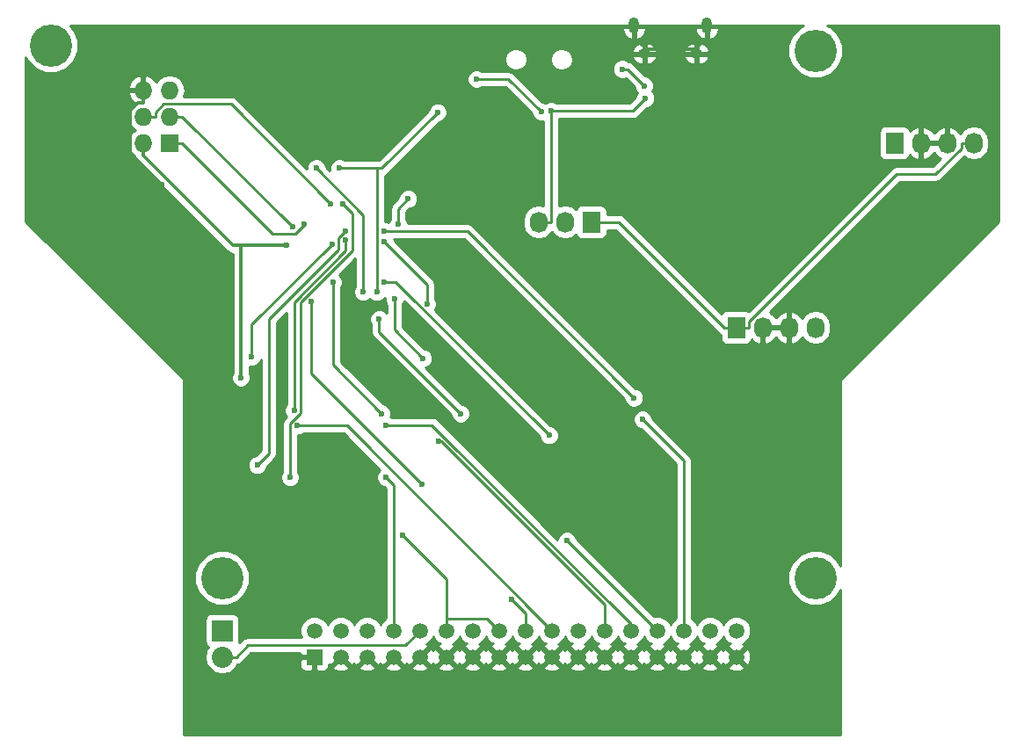
<source format=gbl>
%TF.GenerationSoftware,KiCad,Pcbnew,4.0.2+dfsg1-stable*%
%TF.CreationDate,2019-04-12T10:52:39+02:00*%
%TF.ProjectId,usbavrfloppy,757362617672666C6F7070792E6B6963,rev?*%
%TF.FileFunction,Copper,L2,Bot,Signal*%
%FSLAX46Y46*%
G04 Gerber Fmt 4.6, Leading zero omitted, Abs format (unit mm)*
G04 Created by KiCad (PCBNEW 4.0.2+dfsg1-stable) date ven 12 apr 2019 10:52:39 CEST*
%MOMM*%
G01*
G04 APERTURE LIST*
%ADD10C,0.100000*%
%ADD11R,1.520000X1.520000*%
%ADD12C,1.520000*%
%ADD13R,1.727200X2.032000*%
%ADD14O,1.727200X2.032000*%
%ADD15R,2.032000X2.032000*%
%ADD16O,2.032000X2.032000*%
%ADD17R,1.727200X1.727200*%
%ADD18O,1.727200X1.727200*%
%ADD19C,4.064000*%
%ADD20O,1.250000X0.950000*%
%ADD21O,1.000000X1.550000*%
%ADD22C,0.600000*%
%ADD23C,0.350000*%
%ADD24C,0.250000*%
%ADD25C,0.254000*%
G04 APERTURE END LIST*
D10*
D11*
X133350000Y-120650000D03*
D12*
X133350000Y-118110000D03*
X135890000Y-120650000D03*
X135890000Y-118110000D03*
X138430000Y-120650000D03*
X138430000Y-118110000D03*
X140970000Y-120650000D03*
X140970000Y-118110000D03*
X143510000Y-120650000D03*
X143510000Y-118110000D03*
X146050000Y-120650000D03*
X146050000Y-118110000D03*
X148590000Y-120650000D03*
X148590000Y-118110000D03*
X151130000Y-120650000D03*
X151130000Y-118110000D03*
X153670000Y-120650000D03*
X153670000Y-118110000D03*
X156210000Y-120650000D03*
X156210000Y-118110000D03*
X158750000Y-120650000D03*
X158750000Y-118110000D03*
X161290000Y-120650000D03*
X161290000Y-118110000D03*
X163830000Y-120650000D03*
X163830000Y-118110000D03*
X166370000Y-120650000D03*
X166370000Y-118110000D03*
X168910000Y-120650000D03*
X168910000Y-118110000D03*
X171450000Y-120650000D03*
X171450000Y-118110000D03*
X173990000Y-120650000D03*
X173990000Y-118110000D03*
D13*
X160020000Y-78740000D03*
D14*
X157480000Y-78740000D03*
X154940000Y-78740000D03*
D13*
X189230000Y-71120000D03*
D14*
X191770000Y-71120000D03*
X194310000Y-71120000D03*
X196850000Y-71120000D03*
D13*
X173990000Y-88900000D03*
D14*
X176530000Y-88900000D03*
X179070000Y-88900000D03*
X181610000Y-88900000D03*
D15*
X124460000Y-118110000D03*
D16*
X124460000Y-120650000D03*
D17*
X119380000Y-71120000D03*
D18*
X116840000Y-71120000D03*
X119380000Y-68580000D03*
X116840000Y-68580000D03*
X119380000Y-66040000D03*
X116840000Y-66040000D03*
D19*
X124460000Y-113030000D03*
X181610000Y-113030000D03*
X181610000Y-62230000D03*
X107950000Y-61722000D03*
D20*
X170140900Y-62522540D03*
X165140900Y-62522540D03*
D21*
X171140900Y-59822540D03*
X164140900Y-59822540D03*
D22*
X118626100Y-75148900D03*
X144195300Y-86639500D03*
X140100300Y-80657200D03*
X142374300Y-76508800D03*
X141410000Y-78933200D03*
X132349100Y-78933000D03*
X131220000Y-79231100D03*
X134925400Y-76993600D03*
X140225700Y-103352100D03*
X152306000Y-115112200D03*
X131718100Y-98370700D03*
X145269700Y-99821800D03*
X140202100Y-98310300D03*
X164944200Y-97758000D03*
X162990500Y-64005300D03*
X165101800Y-65614400D03*
X148948600Y-64980000D03*
X155176700Y-68119800D03*
X133524600Y-73558800D03*
X138028000Y-85488000D03*
X135755800Y-73568300D03*
X139347300Y-85487400D03*
X145223600Y-68176700D03*
X141860400Y-108934000D03*
X157680400Y-109420400D03*
X130663600Y-80977600D03*
X126268100Y-93758000D03*
X127302600Y-91737000D03*
X135023400Y-80902300D03*
X131383100Y-96903000D03*
X136373900Y-80455600D03*
X139793700Y-97193000D03*
X135120300Y-84550000D03*
X147436600Y-97214400D03*
X139587700Y-88110000D03*
X155947900Y-99296400D03*
X140080300Y-84550000D03*
X164125500Y-95682300D03*
X140073800Y-79626800D03*
X141055700Y-86146400D03*
X143810700Y-91883300D03*
X127844600Y-102159500D03*
X136324900Y-79620300D03*
X131007700Y-103354600D03*
X136065400Y-76996000D03*
X143674600Y-104045400D03*
X132991400Y-86378600D03*
X156128900Y-68044700D03*
X165241900Y-66804600D03*
D23*
X176530000Y-118110000D02*
X176530000Y-88900000D01*
X173990000Y-120650000D02*
X176530000Y-118110000D01*
X164840300Y-61672200D02*
X165140900Y-61672200D01*
X164140900Y-60972800D02*
X164840300Y-61672200D01*
X164140900Y-59822500D02*
X164140900Y-60972800D01*
X170441500Y-61672200D02*
X170140900Y-61672200D01*
X171140900Y-60972800D02*
X170441500Y-61672200D01*
X171140900Y-59822500D02*
X171140900Y-60972800D01*
X165140900Y-62097300D02*
X170140900Y-62097300D01*
X170140900Y-62522500D02*
X170140900Y-62097300D01*
X170140900Y-62097300D02*
X170140900Y-61672200D01*
X165140900Y-62522500D02*
X165140900Y-62097300D01*
X165140900Y-62097300D02*
X165140900Y-61672200D01*
X116840000Y-66040000D02*
X116840000Y-67278900D01*
X115597600Y-72120400D02*
X118626100Y-75148900D01*
X115597600Y-68056700D02*
X115597600Y-72120400D01*
X116375400Y-67278900D02*
X115597600Y-68056700D01*
X116840000Y-67278900D02*
X116375400Y-67278900D01*
D24*
X144195300Y-84752200D02*
X144195300Y-86639500D01*
X140100300Y-80657200D02*
X144195300Y-84752200D01*
X141410000Y-77473100D02*
X142374300Y-76508800D01*
X141410000Y-78933200D02*
X141410000Y-77473100D01*
X132349100Y-79030200D02*
X132349100Y-78933000D01*
X131522800Y-79856500D02*
X132349100Y-79030200D01*
X129305400Y-79856500D02*
X131522800Y-79856500D01*
X120568900Y-71120000D02*
X129305400Y-79856500D01*
X119380000Y-71120000D02*
X120568900Y-71120000D01*
X119380000Y-68580000D02*
X120568900Y-68580000D01*
X120568900Y-68580000D02*
X131220000Y-79231100D01*
X116840000Y-68580000D02*
X118028900Y-68580000D01*
X125321200Y-67389400D02*
X134925400Y-76993600D01*
X118848000Y-67389400D02*
X125321200Y-67389400D01*
X118028900Y-68208500D02*
X118848000Y-67389400D01*
X118028900Y-68580000D02*
X118028900Y-68208500D01*
X126912000Y-119539300D02*
X125801300Y-120650000D01*
X142080700Y-119539300D02*
X126912000Y-119539300D01*
X143510000Y-118110000D02*
X142080700Y-119539300D01*
X124460000Y-120650000D02*
X125801300Y-120650000D01*
X140970000Y-104096400D02*
X140970000Y-118110000D01*
X140225700Y-103352100D02*
X140970000Y-104096400D01*
X153670000Y-116476200D02*
X152306000Y-115112200D01*
X153670000Y-118110000D02*
X153670000Y-116476200D01*
X136470700Y-98370700D02*
X156210000Y-118110000D01*
X131718100Y-98370700D02*
X136470700Y-98370700D01*
X145541900Y-99821800D02*
X145269700Y-99821800D01*
X161290000Y-115569900D02*
X145541900Y-99821800D01*
X161290000Y-118110000D02*
X161290000Y-115569900D01*
X144667300Y-98310300D02*
X140202100Y-98310300D01*
X163830000Y-117473000D02*
X144667300Y-98310300D01*
X163830000Y-118110000D02*
X163830000Y-117473000D01*
X168910000Y-101723800D02*
X164944200Y-97758000D01*
X168910000Y-118110000D02*
X168910000Y-101723800D01*
X163492700Y-64005300D02*
X162990500Y-64005300D01*
X165101800Y-65614400D02*
X163492700Y-64005300D01*
X152036900Y-64980000D02*
X148948600Y-64980000D01*
X155176700Y-68119800D02*
X152036900Y-64980000D01*
X138028000Y-78062200D02*
X133524600Y-73558800D01*
X138028000Y-85488000D02*
X138028000Y-78062200D01*
X139347300Y-85487400D02*
X139347300Y-73568300D01*
X139832000Y-73568300D02*
X139347300Y-73568300D01*
X145223600Y-68176700D02*
X139832000Y-73568300D01*
X139347300Y-73568300D02*
X135755800Y-73568300D01*
X149982600Y-116962600D02*
X151130000Y-118110000D01*
X146050000Y-116962600D02*
X149982600Y-116962600D01*
X146050000Y-118110000D02*
X146050000Y-116962600D01*
X146050000Y-113123600D02*
X141860400Y-108934000D01*
X146050000Y-116962600D02*
X146050000Y-113123600D01*
X166370000Y-118110000D02*
X157680400Y-109420400D01*
D23*
X116840000Y-71120000D02*
X116840000Y-72358900D01*
X125458700Y-80977600D02*
X126268100Y-80977600D01*
X116840000Y-72358900D02*
X125458700Y-80977600D01*
X126268100Y-80977600D02*
X126268100Y-93758000D01*
X126268100Y-80977600D02*
X130663600Y-80977600D01*
D24*
X127302600Y-88623100D02*
X135023400Y-80902300D01*
X127302600Y-91737000D02*
X127302600Y-88623100D01*
X136373900Y-81457900D02*
X136373900Y-80455600D01*
X131383100Y-86448700D02*
X136373900Y-81457900D01*
X131383100Y-96903000D02*
X131383100Y-86448700D01*
X135120300Y-92519600D02*
X135120300Y-84550000D01*
X139793700Y-97193000D02*
X135120300Y-92519600D01*
X139587700Y-89365500D02*
X139587700Y-88110000D01*
X147436600Y-97214400D02*
X139587700Y-89365500D01*
X141201500Y-84550000D02*
X140080300Y-84550000D01*
X155947900Y-99296400D02*
X141201500Y-84550000D01*
X148070000Y-79626800D02*
X140073800Y-79626800D01*
X164125500Y-95682300D02*
X148070000Y-79626800D01*
X141055700Y-89128300D02*
X141055700Y-86146400D01*
X143810700Y-91883300D02*
X141055700Y-89128300D01*
X135665100Y-80280100D02*
X136324900Y-79620300D01*
X135665100Y-81398000D02*
X135665100Y-80280100D01*
X128978600Y-88084500D02*
X135665100Y-81398000D01*
X128978600Y-101025500D02*
X128978600Y-88084500D01*
X127844600Y-102159500D02*
X128978600Y-101025500D01*
X136999200Y-77929800D02*
X136065400Y-76996000D01*
X136999200Y-81469500D02*
X136999200Y-77929800D01*
X132008400Y-86460300D02*
X136999200Y-81469500D01*
X132008400Y-97162100D02*
X132008400Y-86460300D01*
X131007700Y-98162800D02*
X132008400Y-97162100D01*
X131007700Y-103354600D02*
X131007700Y-98162800D01*
X132991400Y-93362200D02*
X132991400Y-86378600D01*
X143674600Y-104045400D02*
X132991400Y-93362200D01*
X154940000Y-78740000D02*
X156128900Y-78740000D01*
X156128900Y-78740000D02*
X156128900Y-68044700D01*
X164001800Y-68044700D02*
X156128900Y-68044700D01*
X165241900Y-66804600D02*
X164001800Y-68044700D01*
X162641100Y-78740000D02*
X172801100Y-88900000D01*
X160020000Y-78740000D02*
X162641100Y-78740000D01*
X173990000Y-88900000D02*
X172801100Y-88900000D01*
X175178900Y-88379900D02*
X175178900Y-88900000D01*
X189427800Y-74131000D02*
X175178900Y-88379900D01*
X193170200Y-74131000D02*
X189427800Y-74131000D01*
X195661100Y-71640100D02*
X193170200Y-74131000D01*
X195661100Y-71120000D02*
X195661100Y-71640100D01*
X196850000Y-71120000D02*
X195661100Y-71120000D01*
X173990000Y-88900000D02*
X175178900Y-88900000D01*
D25*
G36*
X180101239Y-59967709D02*
X179350345Y-60717293D01*
X178943464Y-61697173D01*
X178942538Y-62758172D01*
X179347709Y-63738761D01*
X180097293Y-64489655D01*
X181077173Y-64896536D01*
X182138172Y-64897462D01*
X183118761Y-64492291D01*
X183869655Y-63742707D01*
X184276536Y-62762827D01*
X184277462Y-61701828D01*
X183872291Y-60721239D01*
X183122707Y-59970345D01*
X182753411Y-59817000D01*
X199263000Y-59817000D01*
X199263000Y-78687394D01*
X184060197Y-93890197D01*
X184032334Y-93932211D01*
X184023000Y-93980000D01*
X184023000Y-111885983D01*
X183872291Y-111521239D01*
X183122707Y-110770345D01*
X182142827Y-110363464D01*
X181081828Y-110362538D01*
X180101239Y-110767709D01*
X179350345Y-111517293D01*
X178943464Y-112497173D01*
X178942538Y-113558172D01*
X179347709Y-114538761D01*
X180097293Y-115289655D01*
X181077173Y-115696536D01*
X182138172Y-115697462D01*
X183118761Y-115292291D01*
X183869655Y-114542707D01*
X184023000Y-114173411D01*
X184023000Y-128143000D01*
X120777000Y-128143000D01*
X120777000Y-113558172D01*
X121792538Y-113558172D01*
X122197709Y-114538761D01*
X122947293Y-115289655D01*
X123927173Y-115696536D01*
X124988172Y-115697462D01*
X125968761Y-115292291D01*
X126719655Y-114542707D01*
X127126536Y-113562827D01*
X127127462Y-112501828D01*
X126722291Y-111521239D01*
X125972707Y-110770345D01*
X124992827Y-110363464D01*
X123931828Y-110362538D01*
X122951239Y-110767709D01*
X122200345Y-111517293D01*
X121793464Y-112497173D01*
X121792538Y-113558172D01*
X120777000Y-113558172D01*
X120777000Y-93980000D01*
X120766994Y-93930590D01*
X120739803Y-93890197D01*
X105537000Y-78687394D01*
X105537000Y-68580000D01*
X115312041Y-68580000D01*
X115426115Y-69153489D01*
X115750971Y-69639670D01*
X116065752Y-69850000D01*
X115750971Y-70060330D01*
X115426115Y-70546511D01*
X115312041Y-71120000D01*
X115426115Y-71693489D01*
X115750971Y-72179670D01*
X116031654Y-72367217D01*
X116091658Y-72668874D01*
X116267244Y-72931656D01*
X124885943Y-81550356D01*
X124948325Y-81592038D01*
X125148726Y-81725942D01*
X125458100Y-81787481D01*
X125458100Y-93270559D01*
X125333262Y-93571201D01*
X125332938Y-93943167D01*
X125474983Y-94286943D01*
X125737773Y-94550192D01*
X126081301Y-94692838D01*
X126453267Y-94693162D01*
X126797043Y-94551117D01*
X127060292Y-94288327D01*
X127202938Y-93944799D01*
X127203262Y-93572833D01*
X127078100Y-93269917D01*
X127078100Y-92656183D01*
X127115801Y-92671838D01*
X127487767Y-92672162D01*
X127831543Y-92530117D01*
X128094792Y-92267327D01*
X128218600Y-91969166D01*
X128218600Y-100710698D01*
X127704920Y-101224378D01*
X127659433Y-101224338D01*
X127315657Y-101366383D01*
X127052408Y-101629173D01*
X126909762Y-101972701D01*
X126909438Y-102344667D01*
X127051483Y-102688443D01*
X127314273Y-102951692D01*
X127657801Y-103094338D01*
X128029767Y-103094662D01*
X128373543Y-102952617D01*
X128636792Y-102689827D01*
X128779438Y-102346299D01*
X128779479Y-102299423D01*
X129516001Y-101562901D01*
X129680748Y-101316340D01*
X129738600Y-101025500D01*
X129738600Y-88399302D01*
X130623100Y-87514802D01*
X130623100Y-96340537D01*
X130590908Y-96372673D01*
X130448262Y-96716201D01*
X130447938Y-97088167D01*
X130589983Y-97431943D01*
X130626837Y-97468861D01*
X130470299Y-97625399D01*
X130305552Y-97871961D01*
X130247700Y-98162800D01*
X130247700Y-102792137D01*
X130215508Y-102824273D01*
X130072862Y-103167801D01*
X130072538Y-103539767D01*
X130214583Y-103883543D01*
X130477373Y-104146792D01*
X130820901Y-104289438D01*
X131192867Y-104289762D01*
X131536643Y-104147717D01*
X131799892Y-103884927D01*
X131942538Y-103541399D01*
X131942862Y-103169433D01*
X131800817Y-102825657D01*
X131767700Y-102792482D01*
X131767700Y-99305744D01*
X131903267Y-99305862D01*
X132247043Y-99163817D01*
X132280218Y-99130700D01*
X136155898Y-99130700D01*
X139640420Y-102615222D01*
X139433508Y-102821773D01*
X139290862Y-103165301D01*
X139290538Y-103537267D01*
X139432583Y-103881043D01*
X139695373Y-104144292D01*
X140038901Y-104286938D01*
X140085777Y-104286979D01*
X140210000Y-104411202D01*
X140210000Y-116914633D01*
X140180828Y-116926687D01*
X139788066Y-117318764D01*
X139700046Y-117530738D01*
X139613313Y-117320828D01*
X139221236Y-116928066D01*
X138708700Y-116715242D01*
X138153735Y-116714758D01*
X137640828Y-116926687D01*
X137248066Y-117318764D01*
X137160046Y-117530738D01*
X137073313Y-117320828D01*
X136681236Y-116928066D01*
X136168700Y-116715242D01*
X135613735Y-116714758D01*
X135100828Y-116926687D01*
X134708066Y-117318764D01*
X134620046Y-117530738D01*
X134533313Y-117320828D01*
X134141236Y-116928066D01*
X133628700Y-116715242D01*
X133073735Y-116714758D01*
X132560828Y-116926687D01*
X132168066Y-117318764D01*
X131955242Y-117831300D01*
X131954758Y-118386265D01*
X132117157Y-118779300D01*
X126912000Y-118779300D01*
X126621161Y-118837152D01*
X126374599Y-119001899D01*
X126091177Y-119285321D01*
X126123440Y-119126000D01*
X126123440Y-117094000D01*
X126079162Y-116858683D01*
X125940090Y-116642559D01*
X125727890Y-116497569D01*
X125476000Y-116446560D01*
X123444000Y-116446560D01*
X123208683Y-116490838D01*
X122992559Y-116629910D01*
X122847569Y-116842110D01*
X122796560Y-117094000D01*
X122796560Y-119126000D01*
X122840838Y-119361317D01*
X122979910Y-119577441D01*
X123128837Y-119679198D01*
X122902330Y-120018190D01*
X122776655Y-120650000D01*
X122902330Y-121281810D01*
X123260222Y-121817433D01*
X123795845Y-122175325D01*
X124427655Y-122301000D01*
X124492345Y-122301000D01*
X125124155Y-122175325D01*
X125659778Y-121817433D01*
X125952053Y-121380013D01*
X126092139Y-121352148D01*
X126338701Y-121187401D01*
X126590352Y-120935750D01*
X131955000Y-120935750D01*
X131955000Y-121536310D01*
X132051673Y-121769699D01*
X132230302Y-121948327D01*
X132463691Y-122045000D01*
X133064250Y-122045000D01*
X133223000Y-121886250D01*
X133223000Y-120777000D01*
X132113750Y-120777000D01*
X131955000Y-120935750D01*
X126590352Y-120935750D01*
X127226802Y-120299300D01*
X131955000Y-120299300D01*
X131955000Y-120364250D01*
X132113750Y-120523000D01*
X133223000Y-120523000D01*
X133223000Y-120503000D01*
X133477000Y-120503000D01*
X133477000Y-120523000D01*
X133497000Y-120523000D01*
X133497000Y-120777000D01*
X133477000Y-120777000D01*
X133477000Y-121886250D01*
X133635750Y-122045000D01*
X134236309Y-122045000D01*
X134469698Y-121948327D01*
X134648327Y-121769699D01*
X134706704Y-121628764D01*
X135090841Y-121628764D01*
X135160059Y-121870742D01*
X135682780Y-122057155D01*
X136237049Y-122029341D01*
X136619941Y-121870742D01*
X136689159Y-121628764D01*
X137630841Y-121628764D01*
X137700059Y-121870742D01*
X138222780Y-122057155D01*
X138777049Y-122029341D01*
X139159941Y-121870742D01*
X139229159Y-121628764D01*
X140170841Y-121628764D01*
X140240059Y-121870742D01*
X140762780Y-122057155D01*
X141317049Y-122029341D01*
X141699941Y-121870742D01*
X141769159Y-121628764D01*
X142710841Y-121628764D01*
X142780059Y-121870742D01*
X143302780Y-122057155D01*
X143857049Y-122029341D01*
X144239941Y-121870742D01*
X144309159Y-121628764D01*
X145250841Y-121628764D01*
X145320059Y-121870742D01*
X145842780Y-122057155D01*
X146397049Y-122029341D01*
X146779941Y-121870742D01*
X146849159Y-121628764D01*
X147790841Y-121628764D01*
X147860059Y-121870742D01*
X148382780Y-122057155D01*
X148937049Y-122029341D01*
X149319941Y-121870742D01*
X149389159Y-121628764D01*
X150330841Y-121628764D01*
X150400059Y-121870742D01*
X150922780Y-122057155D01*
X151477049Y-122029341D01*
X151859941Y-121870742D01*
X151929159Y-121628764D01*
X152870841Y-121628764D01*
X152940059Y-121870742D01*
X153462780Y-122057155D01*
X154017049Y-122029341D01*
X154399941Y-121870742D01*
X154469159Y-121628764D01*
X155410841Y-121628764D01*
X155480059Y-121870742D01*
X156002780Y-122057155D01*
X156557049Y-122029341D01*
X156939941Y-121870742D01*
X157009159Y-121628764D01*
X157950841Y-121628764D01*
X158020059Y-121870742D01*
X158542780Y-122057155D01*
X159097049Y-122029341D01*
X159479941Y-121870742D01*
X159549159Y-121628764D01*
X160490841Y-121628764D01*
X160560059Y-121870742D01*
X161082780Y-122057155D01*
X161637049Y-122029341D01*
X162019941Y-121870742D01*
X162089159Y-121628764D01*
X163030841Y-121628764D01*
X163100059Y-121870742D01*
X163622780Y-122057155D01*
X164177049Y-122029341D01*
X164559941Y-121870742D01*
X164629159Y-121628764D01*
X165570841Y-121628764D01*
X165640059Y-121870742D01*
X166162780Y-122057155D01*
X166717049Y-122029341D01*
X167099941Y-121870742D01*
X167169159Y-121628764D01*
X168110841Y-121628764D01*
X168180059Y-121870742D01*
X168702780Y-122057155D01*
X169257049Y-122029341D01*
X169639941Y-121870742D01*
X169709159Y-121628764D01*
X170650841Y-121628764D01*
X170720059Y-121870742D01*
X171242780Y-122057155D01*
X171797049Y-122029341D01*
X172179941Y-121870742D01*
X172249159Y-121628764D01*
X173190841Y-121628764D01*
X173260059Y-121870742D01*
X173782780Y-122057155D01*
X174337049Y-122029341D01*
X174719941Y-121870742D01*
X174789159Y-121628764D01*
X173990000Y-120829605D01*
X173190841Y-121628764D01*
X172249159Y-121628764D01*
X171450000Y-120829605D01*
X170650841Y-121628764D01*
X169709159Y-121628764D01*
X168910000Y-120829605D01*
X168110841Y-121628764D01*
X167169159Y-121628764D01*
X166370000Y-120829605D01*
X165570841Y-121628764D01*
X164629159Y-121628764D01*
X163830000Y-120829605D01*
X163030841Y-121628764D01*
X162089159Y-121628764D01*
X161290000Y-120829605D01*
X160490841Y-121628764D01*
X159549159Y-121628764D01*
X158750000Y-120829605D01*
X157950841Y-121628764D01*
X157009159Y-121628764D01*
X156210000Y-120829605D01*
X155410841Y-121628764D01*
X154469159Y-121628764D01*
X153670000Y-120829605D01*
X152870841Y-121628764D01*
X151929159Y-121628764D01*
X151130000Y-120829605D01*
X150330841Y-121628764D01*
X149389159Y-121628764D01*
X148590000Y-120829605D01*
X147790841Y-121628764D01*
X146849159Y-121628764D01*
X146050000Y-120829605D01*
X145250841Y-121628764D01*
X144309159Y-121628764D01*
X143510000Y-120829605D01*
X142710841Y-121628764D01*
X141769159Y-121628764D01*
X140970000Y-120829605D01*
X140170841Y-121628764D01*
X139229159Y-121628764D01*
X138430000Y-120829605D01*
X137630841Y-121628764D01*
X136689159Y-121628764D01*
X135890000Y-120829605D01*
X135090841Y-121628764D01*
X134706704Y-121628764D01*
X134745000Y-121536310D01*
X134745000Y-121401607D01*
X134911236Y-121449159D01*
X135710395Y-120650000D01*
X135696253Y-120635858D01*
X135875858Y-120456253D01*
X135890000Y-120470395D01*
X135904143Y-120456253D01*
X136083748Y-120635858D01*
X136069605Y-120650000D01*
X136868764Y-121449159D01*
X137110742Y-121379941D01*
X137156320Y-121252137D01*
X137209258Y-121379941D01*
X137451236Y-121449159D01*
X138250395Y-120650000D01*
X138236253Y-120635858D01*
X138415858Y-120456253D01*
X138430000Y-120470395D01*
X138444143Y-120456253D01*
X138623748Y-120635858D01*
X138609605Y-120650000D01*
X139408764Y-121449159D01*
X139650742Y-121379941D01*
X139696320Y-121252137D01*
X139749258Y-121379941D01*
X139991236Y-121449159D01*
X140790395Y-120650000D01*
X140776253Y-120635858D01*
X140955858Y-120456253D01*
X140970000Y-120470395D01*
X140984143Y-120456253D01*
X141163748Y-120635858D01*
X141149605Y-120650000D01*
X141948764Y-121449159D01*
X142190742Y-121379941D01*
X142236320Y-121252137D01*
X142289258Y-121379941D01*
X142531236Y-121449159D01*
X143330395Y-120650000D01*
X143689605Y-120650000D01*
X144488764Y-121449159D01*
X144730742Y-121379941D01*
X144776320Y-121252137D01*
X144829258Y-121379941D01*
X145071236Y-121449159D01*
X145870395Y-120650000D01*
X146229605Y-120650000D01*
X147028764Y-121449159D01*
X147270742Y-121379941D01*
X147316320Y-121252137D01*
X147369258Y-121379941D01*
X147611236Y-121449159D01*
X148410395Y-120650000D01*
X148769605Y-120650000D01*
X149568764Y-121449159D01*
X149810742Y-121379941D01*
X149856320Y-121252137D01*
X149909258Y-121379941D01*
X150151236Y-121449159D01*
X150950395Y-120650000D01*
X151309605Y-120650000D01*
X152108764Y-121449159D01*
X152350742Y-121379941D01*
X152396320Y-121252137D01*
X152449258Y-121379941D01*
X152691236Y-121449159D01*
X153490395Y-120650000D01*
X153849605Y-120650000D01*
X154648764Y-121449159D01*
X154890742Y-121379941D01*
X154936320Y-121252137D01*
X154989258Y-121379941D01*
X155231236Y-121449159D01*
X156030395Y-120650000D01*
X156389605Y-120650000D01*
X157188764Y-121449159D01*
X157430742Y-121379941D01*
X157476320Y-121252137D01*
X157529258Y-121379941D01*
X157771236Y-121449159D01*
X158570395Y-120650000D01*
X158929605Y-120650000D01*
X159728764Y-121449159D01*
X159970742Y-121379941D01*
X160016320Y-121252137D01*
X160069258Y-121379941D01*
X160311236Y-121449159D01*
X161110395Y-120650000D01*
X161469605Y-120650000D01*
X162268764Y-121449159D01*
X162510742Y-121379941D01*
X162556320Y-121252137D01*
X162609258Y-121379941D01*
X162851236Y-121449159D01*
X163650395Y-120650000D01*
X164009605Y-120650000D01*
X164808764Y-121449159D01*
X165050742Y-121379941D01*
X165096320Y-121252137D01*
X165149258Y-121379941D01*
X165391236Y-121449159D01*
X166190395Y-120650000D01*
X166549605Y-120650000D01*
X167348764Y-121449159D01*
X167590742Y-121379941D01*
X167636320Y-121252137D01*
X167689258Y-121379941D01*
X167931236Y-121449159D01*
X168730395Y-120650000D01*
X169089605Y-120650000D01*
X169888764Y-121449159D01*
X170130742Y-121379941D01*
X170176320Y-121252137D01*
X170229258Y-121379941D01*
X170471236Y-121449159D01*
X171270395Y-120650000D01*
X171629605Y-120650000D01*
X172428764Y-121449159D01*
X172670742Y-121379941D01*
X172716320Y-121252137D01*
X172769258Y-121379941D01*
X173011236Y-121449159D01*
X173810395Y-120650000D01*
X174169605Y-120650000D01*
X174968764Y-121449159D01*
X175210742Y-121379941D01*
X175397155Y-120857220D01*
X175369341Y-120302951D01*
X175210742Y-119920059D01*
X174968764Y-119850841D01*
X174169605Y-120650000D01*
X173810395Y-120650000D01*
X173011236Y-119850841D01*
X172769258Y-119920059D01*
X172723680Y-120047863D01*
X172670742Y-119920059D01*
X172428764Y-119850841D01*
X171629605Y-120650000D01*
X171270395Y-120650000D01*
X170471236Y-119850841D01*
X170229258Y-119920059D01*
X170183680Y-120047863D01*
X170130742Y-119920059D01*
X169888764Y-119850841D01*
X169089605Y-120650000D01*
X168730395Y-120650000D01*
X167931236Y-119850841D01*
X167689258Y-119920059D01*
X167643680Y-120047863D01*
X167590742Y-119920059D01*
X167348764Y-119850841D01*
X166549605Y-120650000D01*
X166190395Y-120650000D01*
X165391236Y-119850841D01*
X165149258Y-119920059D01*
X165103680Y-120047863D01*
X165050742Y-119920059D01*
X164808764Y-119850841D01*
X164009605Y-120650000D01*
X163650395Y-120650000D01*
X162851236Y-119850841D01*
X162609258Y-119920059D01*
X162563680Y-120047863D01*
X162510742Y-119920059D01*
X162268764Y-119850841D01*
X161469605Y-120650000D01*
X161110395Y-120650000D01*
X160311236Y-119850841D01*
X160069258Y-119920059D01*
X160023680Y-120047863D01*
X159970742Y-119920059D01*
X159728764Y-119850841D01*
X158929605Y-120650000D01*
X158570395Y-120650000D01*
X157771236Y-119850841D01*
X157529258Y-119920059D01*
X157483680Y-120047863D01*
X157430742Y-119920059D01*
X157188764Y-119850841D01*
X156389605Y-120650000D01*
X156030395Y-120650000D01*
X155231236Y-119850841D01*
X154989258Y-119920059D01*
X154943680Y-120047863D01*
X154890742Y-119920059D01*
X154648764Y-119850841D01*
X153849605Y-120650000D01*
X153490395Y-120650000D01*
X152691236Y-119850841D01*
X152449258Y-119920059D01*
X152403680Y-120047863D01*
X152350742Y-119920059D01*
X152108764Y-119850841D01*
X151309605Y-120650000D01*
X150950395Y-120650000D01*
X150151236Y-119850841D01*
X149909258Y-119920059D01*
X149863680Y-120047863D01*
X149810742Y-119920059D01*
X149568764Y-119850841D01*
X148769605Y-120650000D01*
X148410395Y-120650000D01*
X147611236Y-119850841D01*
X147369258Y-119920059D01*
X147323680Y-120047863D01*
X147270742Y-119920059D01*
X147028764Y-119850841D01*
X146229605Y-120650000D01*
X145870395Y-120650000D01*
X145071236Y-119850841D01*
X144829258Y-119920059D01*
X144783680Y-120047863D01*
X144730742Y-119920059D01*
X144488764Y-119850841D01*
X143689605Y-120650000D01*
X143330395Y-120650000D01*
X143316253Y-120635858D01*
X143495858Y-120456253D01*
X143510000Y-120470395D01*
X144309159Y-119671236D01*
X144239941Y-119429258D01*
X144095138Y-119377618D01*
X144299172Y-119293313D01*
X144691934Y-118901236D01*
X144779954Y-118689262D01*
X144866687Y-118899172D01*
X145258764Y-119291934D01*
X145454934Y-119373391D01*
X145320059Y-119429258D01*
X145250841Y-119671236D01*
X146050000Y-120470395D01*
X146849159Y-119671236D01*
X146779941Y-119429258D01*
X146635138Y-119377618D01*
X146839172Y-119293313D01*
X147231934Y-118901236D01*
X147319954Y-118689262D01*
X147406687Y-118899172D01*
X147798764Y-119291934D01*
X147994934Y-119373391D01*
X147860059Y-119429258D01*
X147790841Y-119671236D01*
X148590000Y-120470395D01*
X149389159Y-119671236D01*
X149319941Y-119429258D01*
X149175138Y-119377618D01*
X149379172Y-119293313D01*
X149771934Y-118901236D01*
X149859954Y-118689262D01*
X149946687Y-118899172D01*
X150338764Y-119291934D01*
X150534934Y-119373391D01*
X150400059Y-119429258D01*
X150330841Y-119671236D01*
X151130000Y-120470395D01*
X151929159Y-119671236D01*
X151859941Y-119429258D01*
X151715138Y-119377618D01*
X151919172Y-119293313D01*
X152311934Y-118901236D01*
X152399954Y-118689262D01*
X152486687Y-118899172D01*
X152878764Y-119291934D01*
X153074934Y-119373391D01*
X152940059Y-119429258D01*
X152870841Y-119671236D01*
X153670000Y-120470395D01*
X154469159Y-119671236D01*
X154399941Y-119429258D01*
X154255138Y-119377618D01*
X154459172Y-119293313D01*
X154851934Y-118901236D01*
X154939954Y-118689262D01*
X155026687Y-118899172D01*
X155418764Y-119291934D01*
X155614934Y-119373391D01*
X155480059Y-119429258D01*
X155410841Y-119671236D01*
X156210000Y-120470395D01*
X157009159Y-119671236D01*
X156939941Y-119429258D01*
X156795138Y-119377618D01*
X156999172Y-119293313D01*
X157391934Y-118901236D01*
X157479954Y-118689262D01*
X157566687Y-118899172D01*
X157958764Y-119291934D01*
X158154934Y-119373391D01*
X158020059Y-119429258D01*
X157950841Y-119671236D01*
X158750000Y-120470395D01*
X159549159Y-119671236D01*
X159479941Y-119429258D01*
X159335138Y-119377618D01*
X159539172Y-119293313D01*
X159931934Y-118901236D01*
X160019954Y-118689262D01*
X160106687Y-118899172D01*
X160498764Y-119291934D01*
X160694934Y-119373391D01*
X160560059Y-119429258D01*
X160490841Y-119671236D01*
X161290000Y-120470395D01*
X162089159Y-119671236D01*
X162019941Y-119429258D01*
X161875138Y-119377618D01*
X162079172Y-119293313D01*
X162471934Y-118901236D01*
X162559954Y-118689262D01*
X162646687Y-118899172D01*
X163038764Y-119291934D01*
X163234934Y-119373391D01*
X163100059Y-119429258D01*
X163030841Y-119671236D01*
X163830000Y-120470395D01*
X164629159Y-119671236D01*
X164559941Y-119429258D01*
X164415138Y-119377618D01*
X164619172Y-119293313D01*
X165011934Y-118901236D01*
X165099954Y-118689262D01*
X165186687Y-118899172D01*
X165578764Y-119291934D01*
X165774934Y-119373391D01*
X165640059Y-119429258D01*
X165570841Y-119671236D01*
X166370000Y-120470395D01*
X167169159Y-119671236D01*
X167099941Y-119429258D01*
X166955138Y-119377618D01*
X167159172Y-119293313D01*
X167551934Y-118901236D01*
X167639954Y-118689262D01*
X167726687Y-118899172D01*
X168118764Y-119291934D01*
X168314934Y-119373391D01*
X168180059Y-119429258D01*
X168110841Y-119671236D01*
X168910000Y-120470395D01*
X169709159Y-119671236D01*
X169639941Y-119429258D01*
X169495138Y-119377618D01*
X169699172Y-119293313D01*
X170091934Y-118901236D01*
X170179954Y-118689262D01*
X170266687Y-118899172D01*
X170658764Y-119291934D01*
X170854934Y-119373391D01*
X170720059Y-119429258D01*
X170650841Y-119671236D01*
X171450000Y-120470395D01*
X172249159Y-119671236D01*
X172179941Y-119429258D01*
X172035138Y-119377618D01*
X172239172Y-119293313D01*
X172631934Y-118901236D01*
X172719954Y-118689262D01*
X172806687Y-118899172D01*
X173198764Y-119291934D01*
X173394934Y-119373391D01*
X173260059Y-119429258D01*
X173190841Y-119671236D01*
X173990000Y-120470395D01*
X174789159Y-119671236D01*
X174719941Y-119429258D01*
X174575138Y-119377618D01*
X174779172Y-119293313D01*
X175171934Y-118901236D01*
X175384758Y-118388700D01*
X175385242Y-117833735D01*
X175173313Y-117320828D01*
X174781236Y-116928066D01*
X174268700Y-116715242D01*
X173713735Y-116714758D01*
X173200828Y-116926687D01*
X172808066Y-117318764D01*
X172720046Y-117530738D01*
X172633313Y-117320828D01*
X172241236Y-116928066D01*
X171728700Y-116715242D01*
X171173735Y-116714758D01*
X170660828Y-116926687D01*
X170268066Y-117318764D01*
X170180046Y-117530738D01*
X170093313Y-117320828D01*
X169701236Y-116928066D01*
X169670000Y-116915096D01*
X169670000Y-101723800D01*
X169612148Y-101432961D01*
X169447401Y-101186399D01*
X165879322Y-97618320D01*
X165879362Y-97572833D01*
X165737317Y-97229057D01*
X165474527Y-96965808D01*
X165130999Y-96823162D01*
X164759033Y-96822838D01*
X164415257Y-96964883D01*
X164152008Y-97227673D01*
X164009362Y-97571201D01*
X164009038Y-97943167D01*
X164151083Y-98286943D01*
X164413873Y-98550192D01*
X164757401Y-98692838D01*
X164804277Y-98692879D01*
X168150000Y-102038602D01*
X168150000Y-116914633D01*
X168120828Y-116926687D01*
X167728066Y-117318764D01*
X167640046Y-117530738D01*
X167553313Y-117320828D01*
X167161236Y-116928066D01*
X166648700Y-116715242D01*
X166093735Y-116714758D01*
X166062476Y-116727674D01*
X158615522Y-109280720D01*
X158615562Y-109235233D01*
X158473517Y-108891457D01*
X158210727Y-108628208D01*
X157867199Y-108485562D01*
X157495233Y-108485238D01*
X157151457Y-108627283D01*
X156888208Y-108890073D01*
X156745562Y-109233601D01*
X156745492Y-109313690D01*
X145204701Y-97772899D01*
X144958139Y-97608152D01*
X144667300Y-97550300D01*
X140764563Y-97550300D01*
X140732427Y-97518108D01*
X140680125Y-97496390D01*
X140728538Y-97379799D01*
X140728862Y-97007833D01*
X140586817Y-96664057D01*
X140324027Y-96400808D01*
X139980499Y-96258162D01*
X139933623Y-96258121D01*
X135880300Y-92204798D01*
X135880300Y-85112463D01*
X135912492Y-85080327D01*
X136055138Y-84736799D01*
X136055462Y-84364833D01*
X135913417Y-84021057D01*
X135718102Y-83825400D01*
X137268000Y-82275502D01*
X137268000Y-84925537D01*
X137235808Y-84957673D01*
X137093162Y-85301201D01*
X137092838Y-85673167D01*
X137234883Y-86016943D01*
X137497673Y-86280192D01*
X137841201Y-86422838D01*
X138213167Y-86423162D01*
X138556943Y-86281117D01*
X138687947Y-86150341D01*
X138816973Y-86279592D01*
X139160501Y-86422238D01*
X139532467Y-86422562D01*
X139876243Y-86280517D01*
X140120795Y-86036391D01*
X140120538Y-86331567D01*
X140262583Y-86675343D01*
X140295700Y-86708518D01*
X140295700Y-87495791D01*
X140118027Y-87317808D01*
X139774499Y-87175162D01*
X139402533Y-87174838D01*
X139058757Y-87316883D01*
X138795508Y-87579673D01*
X138652862Y-87923201D01*
X138652538Y-88295167D01*
X138794583Y-88638943D01*
X138827700Y-88672118D01*
X138827700Y-89365500D01*
X138885552Y-89656339D01*
X139050299Y-89902901D01*
X146501478Y-97354080D01*
X146501438Y-97399567D01*
X146643483Y-97743343D01*
X146906273Y-98006592D01*
X147249801Y-98149238D01*
X147621767Y-98149562D01*
X147965543Y-98007517D01*
X148228792Y-97744727D01*
X148371438Y-97401199D01*
X148371762Y-97029233D01*
X148229717Y-96685457D01*
X147966927Y-96422208D01*
X147623399Y-96279562D01*
X147576523Y-96279521D01*
X144080496Y-92783494D01*
X144339643Y-92676417D01*
X144602892Y-92413627D01*
X144745538Y-92070099D01*
X144745862Y-91698133D01*
X144603817Y-91354357D01*
X144341027Y-91091108D01*
X143997499Y-90948462D01*
X143950623Y-90948421D01*
X141815700Y-88813498D01*
X141815700Y-86708863D01*
X141847892Y-86676727D01*
X141966878Y-86390180D01*
X155012778Y-99436080D01*
X155012738Y-99481567D01*
X155154783Y-99825343D01*
X155417573Y-100088592D01*
X155761101Y-100231238D01*
X156133067Y-100231562D01*
X156476843Y-100089517D01*
X156740092Y-99826727D01*
X156882738Y-99483199D01*
X156883062Y-99111233D01*
X156741017Y-98767457D01*
X156478227Y-98504208D01*
X156134699Y-98361562D01*
X156087823Y-98361521D01*
X144941771Y-87215469D01*
X144987492Y-87169827D01*
X145130138Y-86826299D01*
X145130462Y-86454333D01*
X144988417Y-86110557D01*
X144955300Y-86077382D01*
X144955300Y-84752200D01*
X144897448Y-84461361D01*
X144732701Y-84214799D01*
X141035422Y-80517520D01*
X141035462Y-80472033D01*
X141000245Y-80386800D01*
X147755198Y-80386800D01*
X163190378Y-95821980D01*
X163190338Y-95867467D01*
X163332383Y-96211243D01*
X163595173Y-96474492D01*
X163938701Y-96617138D01*
X164310667Y-96617462D01*
X164654443Y-96475417D01*
X164917692Y-96212627D01*
X165060338Y-95869099D01*
X165060662Y-95497133D01*
X164918617Y-95153357D01*
X164655827Y-94890108D01*
X164312299Y-94747462D01*
X164265423Y-94747421D01*
X148607401Y-79089399D01*
X148360839Y-78924652D01*
X148070000Y-78866800D01*
X142345059Y-78866800D01*
X142345162Y-78748033D01*
X142203117Y-78404257D01*
X142170000Y-78371082D01*
X142170000Y-77787902D01*
X142513980Y-77443922D01*
X142559467Y-77443962D01*
X142903243Y-77301917D01*
X143166492Y-77039127D01*
X143309138Y-76695599D01*
X143309462Y-76323633D01*
X143167417Y-75979857D01*
X142904627Y-75716608D01*
X142561099Y-75573962D01*
X142189133Y-75573638D01*
X141845357Y-75715683D01*
X141582108Y-75978473D01*
X141439462Y-76322001D01*
X141439421Y-76368877D01*
X140872599Y-76935699D01*
X140707852Y-77182261D01*
X140650000Y-77473100D01*
X140650000Y-78370737D01*
X140617808Y-78402873D01*
X140475162Y-78746401D01*
X140475132Y-78781044D01*
X140260599Y-78691962D01*
X140107300Y-78691828D01*
X140107300Y-74273539D01*
X140122839Y-74270448D01*
X140369401Y-74105701D01*
X145363280Y-69111822D01*
X145408767Y-69111862D01*
X145752543Y-68969817D01*
X146015792Y-68707027D01*
X146158438Y-68363499D01*
X146158762Y-67991533D01*
X146016717Y-67647757D01*
X145753927Y-67384508D01*
X145410399Y-67241862D01*
X145038433Y-67241538D01*
X144694657Y-67383583D01*
X144431408Y-67646373D01*
X144288762Y-67989901D01*
X144288721Y-68036777D01*
X139517198Y-72808300D01*
X136318263Y-72808300D01*
X136286127Y-72776108D01*
X135942599Y-72633462D01*
X135570633Y-72633138D01*
X135226857Y-72775183D01*
X134963608Y-73037973D01*
X134820962Y-73381501D01*
X134820638Y-73753467D01*
X134839346Y-73798744D01*
X134459722Y-73419120D01*
X134459762Y-73373633D01*
X134317717Y-73029857D01*
X134054927Y-72766608D01*
X133711399Y-72623962D01*
X133339433Y-72623638D01*
X132995657Y-72765683D01*
X132732408Y-73028473D01*
X132589762Y-73372001D01*
X132589578Y-73582976D01*
X125858601Y-66851999D01*
X125612039Y-66687252D01*
X125321200Y-66629400D01*
X120783254Y-66629400D01*
X120793885Y-66613489D01*
X120907959Y-66040000D01*
X120793885Y-65466511D01*
X120592534Y-65165167D01*
X148013438Y-65165167D01*
X148155483Y-65508943D01*
X148418273Y-65772192D01*
X148761801Y-65914838D01*
X149133767Y-65915162D01*
X149477543Y-65773117D01*
X149510718Y-65740000D01*
X151722098Y-65740000D01*
X154241578Y-68259480D01*
X154241538Y-68304967D01*
X154383583Y-68648743D01*
X154646373Y-68911992D01*
X154989901Y-69054638D01*
X155361867Y-69054962D01*
X155368900Y-69052056D01*
X155368900Y-77141968D01*
X154940000Y-77056655D01*
X154366511Y-77170729D01*
X153880330Y-77495585D01*
X153555474Y-77981766D01*
X153441400Y-78555255D01*
X153441400Y-78924745D01*
X153555474Y-79498234D01*
X153880330Y-79984415D01*
X154366511Y-80309271D01*
X154940000Y-80423345D01*
X155513489Y-80309271D01*
X155999670Y-79984415D01*
X156210000Y-79669634D01*
X156420330Y-79984415D01*
X156906511Y-80309271D01*
X157480000Y-80423345D01*
X158053489Y-80309271D01*
X158539670Y-79984415D01*
X158549243Y-79970087D01*
X158553238Y-79991317D01*
X158692310Y-80207441D01*
X158904510Y-80352431D01*
X159156400Y-80403440D01*
X160883600Y-80403440D01*
X161118917Y-80359162D01*
X161335041Y-80220090D01*
X161480031Y-80007890D01*
X161531040Y-79756000D01*
X161531040Y-79500000D01*
X162326298Y-79500000D01*
X172263699Y-89437401D01*
X172478960Y-89581233D01*
X172478960Y-89916000D01*
X172523238Y-90151317D01*
X172662310Y-90367441D01*
X172874510Y-90512431D01*
X173126400Y-90563440D01*
X174853600Y-90563440D01*
X175088917Y-90519162D01*
X175305041Y-90380090D01*
X175450031Y-90167890D01*
X175469232Y-90073073D01*
X175627964Y-90250732D01*
X176155209Y-90504709D01*
X176170974Y-90507358D01*
X176403000Y-90386217D01*
X176403000Y-89027000D01*
X176657000Y-89027000D01*
X176657000Y-90386217D01*
X176889026Y-90507358D01*
X176904791Y-90504709D01*
X177432036Y-90250732D01*
X177800000Y-89838892D01*
X178167964Y-90250732D01*
X178695209Y-90504709D01*
X178710974Y-90507358D01*
X178943000Y-90386217D01*
X178943000Y-89027000D01*
X176657000Y-89027000D01*
X176403000Y-89027000D01*
X176383000Y-89027000D01*
X176383000Y-88773000D01*
X176403000Y-88773000D01*
X176403000Y-88753000D01*
X176657000Y-88753000D01*
X176657000Y-88773000D01*
X178943000Y-88773000D01*
X178943000Y-87413783D01*
X179197000Y-87413783D01*
X179197000Y-88773000D01*
X179217000Y-88773000D01*
X179217000Y-89027000D01*
X179197000Y-89027000D01*
X179197000Y-90386217D01*
X179429026Y-90507358D01*
X179444791Y-90504709D01*
X179972036Y-90250732D01*
X180343539Y-89834931D01*
X180550330Y-90144415D01*
X181036511Y-90469271D01*
X181610000Y-90583345D01*
X182183489Y-90469271D01*
X182669670Y-90144415D01*
X182994526Y-89658234D01*
X183108600Y-89084745D01*
X183108600Y-88715255D01*
X182994526Y-88141766D01*
X182669670Y-87655585D01*
X182183489Y-87330729D01*
X181610000Y-87216655D01*
X181036511Y-87330729D01*
X180550330Y-87655585D01*
X180343539Y-87965069D01*
X179972036Y-87549268D01*
X179444791Y-87295291D01*
X179429026Y-87292642D01*
X179197000Y-87413783D01*
X178943000Y-87413783D01*
X178710974Y-87292642D01*
X178695209Y-87295291D01*
X178167964Y-87549268D01*
X177800000Y-87961108D01*
X177432036Y-87549268D01*
X177197373Y-87436229D01*
X189742602Y-74891000D01*
X193170200Y-74891000D01*
X193461039Y-74833148D01*
X193707601Y-74668401D01*
X195922964Y-72453038D01*
X196276511Y-72689271D01*
X196850000Y-72803345D01*
X197423489Y-72689271D01*
X197909670Y-72364415D01*
X198234526Y-71878234D01*
X198348600Y-71304745D01*
X198348600Y-70935255D01*
X198234526Y-70361766D01*
X197909670Y-69875585D01*
X197423489Y-69550729D01*
X196850000Y-69436655D01*
X196276511Y-69550729D01*
X195790330Y-69875585D01*
X195583539Y-70185069D01*
X195212036Y-69769268D01*
X194684791Y-69515291D01*
X194669026Y-69512642D01*
X194437000Y-69633783D01*
X194437000Y-70993000D01*
X194457000Y-70993000D01*
X194457000Y-71247000D01*
X194437000Y-71247000D01*
X194437000Y-71267000D01*
X194183000Y-71267000D01*
X194183000Y-71247000D01*
X191897000Y-71247000D01*
X191897000Y-72606217D01*
X192129026Y-72727358D01*
X192144791Y-72724709D01*
X192672036Y-72470732D01*
X193040000Y-72058892D01*
X193407964Y-72470732D01*
X193642627Y-72583771D01*
X192855398Y-73371000D01*
X189427800Y-73371000D01*
X189136961Y-73428852D01*
X188890399Y-73593599D01*
X175159515Y-87324483D01*
X175105490Y-87287569D01*
X174853600Y-87236560D01*
X173126400Y-87236560D01*
X172891083Y-87280838D01*
X172674959Y-87419910D01*
X172561648Y-87585746D01*
X163178501Y-78202599D01*
X162931939Y-78037852D01*
X162641100Y-77980000D01*
X161531040Y-77980000D01*
X161531040Y-77724000D01*
X161486762Y-77488683D01*
X161347690Y-77272559D01*
X161135490Y-77127569D01*
X160883600Y-77076560D01*
X159156400Y-77076560D01*
X158921083Y-77120838D01*
X158704959Y-77259910D01*
X158559969Y-77472110D01*
X158551600Y-77513439D01*
X158539670Y-77495585D01*
X158053489Y-77170729D01*
X157480000Y-77056655D01*
X156906511Y-77170729D01*
X156888900Y-77182496D01*
X156888900Y-70104000D01*
X187718960Y-70104000D01*
X187718960Y-72136000D01*
X187763238Y-72371317D01*
X187902310Y-72587441D01*
X188114510Y-72732431D01*
X188366400Y-72783440D01*
X190093600Y-72783440D01*
X190328917Y-72739162D01*
X190545041Y-72600090D01*
X190690031Y-72387890D01*
X190709232Y-72293073D01*
X190867964Y-72470732D01*
X191395209Y-72724709D01*
X191410974Y-72727358D01*
X191643000Y-72606217D01*
X191643000Y-71247000D01*
X191623000Y-71247000D01*
X191623000Y-70993000D01*
X191643000Y-70993000D01*
X191643000Y-69633783D01*
X191897000Y-69633783D01*
X191897000Y-70993000D01*
X194183000Y-70993000D01*
X194183000Y-69633783D01*
X193950974Y-69512642D01*
X193935209Y-69515291D01*
X193407964Y-69769268D01*
X193040000Y-70181108D01*
X192672036Y-69769268D01*
X192144791Y-69515291D01*
X192129026Y-69512642D01*
X191897000Y-69633783D01*
X191643000Y-69633783D01*
X191410974Y-69512642D01*
X191395209Y-69515291D01*
X190867964Y-69769268D01*
X190711093Y-69944845D01*
X190696762Y-69868683D01*
X190557690Y-69652559D01*
X190345490Y-69507569D01*
X190093600Y-69456560D01*
X188366400Y-69456560D01*
X188131083Y-69500838D01*
X187914959Y-69639910D01*
X187769969Y-69852110D01*
X187718960Y-70104000D01*
X156888900Y-70104000D01*
X156888900Y-68804700D01*
X164001800Y-68804700D01*
X164292639Y-68746848D01*
X164539201Y-68582101D01*
X165381580Y-67739722D01*
X165427067Y-67739762D01*
X165770843Y-67597717D01*
X166034092Y-67334927D01*
X166176738Y-66991399D01*
X166177062Y-66619433D01*
X166035017Y-66275657D01*
X165897025Y-66137424D01*
X166036638Y-65801199D01*
X166036962Y-65429233D01*
X165894917Y-65085457D01*
X165632127Y-64822208D01*
X165288599Y-64679562D01*
X165241723Y-64679521D01*
X164030101Y-63467899D01*
X163783539Y-63303152D01*
X163567894Y-63260257D01*
X163520827Y-63213108D01*
X163177299Y-63070462D01*
X162805333Y-63070138D01*
X162461557Y-63212183D01*
X162198308Y-63474973D01*
X162055662Y-63818501D01*
X162055338Y-64190467D01*
X162197383Y-64534243D01*
X162460173Y-64797492D01*
X162803701Y-64940138D01*
X163175667Y-64940462D01*
X163301194Y-64888596D01*
X164166678Y-65754080D01*
X164166638Y-65799567D01*
X164308683Y-66143343D01*
X164446675Y-66281576D01*
X164307062Y-66617801D01*
X164307021Y-66664677D01*
X163686998Y-67284700D01*
X156691363Y-67284700D01*
X156659227Y-67252508D01*
X156315699Y-67109862D01*
X155943733Y-67109538D01*
X155599957Y-67251583D01*
X155577626Y-67273876D01*
X155363499Y-67184962D01*
X155316623Y-67184921D01*
X152574301Y-64442599D01*
X152327739Y-64277852D01*
X152036900Y-64220000D01*
X149511063Y-64220000D01*
X149478927Y-64187808D01*
X149135399Y-64045162D01*
X148763433Y-64044838D01*
X148419657Y-64186883D01*
X148156408Y-64449673D01*
X148013762Y-64793201D01*
X148013438Y-65165167D01*
X120592534Y-65165167D01*
X120469029Y-64980330D01*
X119982848Y-64655474D01*
X119409359Y-64541400D01*
X119350641Y-64541400D01*
X118777152Y-64655474D01*
X118290971Y-64980330D01*
X118110008Y-65251161D01*
X117728490Y-64833179D01*
X117199027Y-64585032D01*
X116967000Y-64705531D01*
X116967000Y-65913000D01*
X116987000Y-65913000D01*
X116987000Y-66167000D01*
X116967000Y-66167000D01*
X116967000Y-66187000D01*
X116713000Y-66187000D01*
X116713000Y-66167000D01*
X115506183Y-66167000D01*
X115385042Y-66399026D01*
X115557312Y-66814947D01*
X115951510Y-67246821D01*
X116074228Y-67304336D01*
X115750971Y-67520330D01*
X115426115Y-68006511D01*
X115312041Y-68580000D01*
X105537000Y-68580000D01*
X105537000Y-65680974D01*
X115385042Y-65680974D01*
X115506183Y-65913000D01*
X116713000Y-65913000D01*
X116713000Y-64705531D01*
X116480973Y-64585032D01*
X115951510Y-64833179D01*
X115557312Y-65265053D01*
X115385042Y-65680974D01*
X105537000Y-65680974D01*
X105537000Y-62866017D01*
X105687709Y-63230761D01*
X106437293Y-63981655D01*
X107417173Y-64388536D01*
X108478172Y-64389462D01*
X109458761Y-63984291D01*
X110148565Y-63295690D01*
X151655592Y-63295690D01*
X151820362Y-63694463D01*
X152125193Y-63999826D01*
X152523677Y-64165291D01*
X152955150Y-64165668D01*
X153353923Y-64000898D01*
X153659286Y-63696067D01*
X153824751Y-63297583D01*
X153824752Y-63295690D01*
X156054872Y-63295690D01*
X156219642Y-63694463D01*
X156524473Y-63999826D01*
X156922957Y-64165291D01*
X157354430Y-64165668D01*
X157753203Y-64000898D01*
X158058566Y-63696067D01*
X158224031Y-63297583D01*
X158224408Y-62866110D01*
X158205554Y-62820478D01*
X163921632Y-62820478D01*
X164105348Y-63194361D01*
X164429851Y-63482108D01*
X164839769Y-63623769D01*
X165013900Y-63475103D01*
X165013900Y-62649540D01*
X165267900Y-62649540D01*
X165267900Y-63475103D01*
X165442031Y-63623769D01*
X165851949Y-63482108D01*
X166176452Y-63194361D01*
X166360168Y-62820478D01*
X168921632Y-62820478D01*
X169105348Y-63194361D01*
X169429851Y-63482108D01*
X169839769Y-63623769D01*
X170013900Y-63475103D01*
X170013900Y-62649540D01*
X170267900Y-62649540D01*
X170267900Y-63475103D01*
X170442031Y-63623769D01*
X170851949Y-63482108D01*
X171176452Y-63194361D01*
X171360168Y-62820478D01*
X171233634Y-62649540D01*
X170267900Y-62649540D01*
X170013900Y-62649540D01*
X169048166Y-62649540D01*
X168921632Y-62820478D01*
X166360168Y-62820478D01*
X166233634Y-62649540D01*
X165267900Y-62649540D01*
X165013900Y-62649540D01*
X164048166Y-62649540D01*
X163921632Y-62820478D01*
X158205554Y-62820478D01*
X158059638Y-62467337D01*
X157817326Y-62224602D01*
X163921632Y-62224602D01*
X164048166Y-62395540D01*
X165013900Y-62395540D01*
X165013900Y-61569977D01*
X165267900Y-61569977D01*
X165267900Y-62395540D01*
X166233634Y-62395540D01*
X166360168Y-62224602D01*
X168921632Y-62224602D01*
X169048166Y-62395540D01*
X170013900Y-62395540D01*
X170013900Y-61569977D01*
X170267900Y-61569977D01*
X170267900Y-62395540D01*
X171233634Y-62395540D01*
X171360168Y-62224602D01*
X171176452Y-61850719D01*
X170851949Y-61562972D01*
X170442031Y-61421311D01*
X170267900Y-61569977D01*
X170013900Y-61569977D01*
X169839769Y-61421311D01*
X169429851Y-61562972D01*
X169105348Y-61850719D01*
X168921632Y-62224602D01*
X166360168Y-62224602D01*
X166176452Y-61850719D01*
X165851949Y-61562972D01*
X165442031Y-61421311D01*
X165267900Y-61569977D01*
X165013900Y-61569977D01*
X164839769Y-61421311D01*
X164429851Y-61562972D01*
X164105348Y-61850719D01*
X163921632Y-62224602D01*
X157817326Y-62224602D01*
X157754807Y-62161974D01*
X157356323Y-61996509D01*
X156924850Y-61996132D01*
X156526077Y-62160902D01*
X156220714Y-62465733D01*
X156055249Y-62864217D01*
X156054872Y-63295690D01*
X153824752Y-63295690D01*
X153825128Y-62866110D01*
X153660358Y-62467337D01*
X153355527Y-62161974D01*
X152957043Y-61996509D01*
X152525570Y-61996132D01*
X152126797Y-62160902D01*
X151821434Y-62465733D01*
X151655969Y-62864217D01*
X151655592Y-63295690D01*
X110148565Y-63295690D01*
X110209655Y-63234707D01*
X110616536Y-62254827D01*
X110617462Y-61193828D01*
X110212291Y-60213239D01*
X109949052Y-59949540D01*
X163005900Y-59949540D01*
X163005900Y-60224540D01*
X163140898Y-60649218D01*
X163428137Y-60989908D01*
X163839026Y-61191659D01*
X164013900Y-61065494D01*
X164013900Y-59949540D01*
X164267900Y-59949540D01*
X164267900Y-61065494D01*
X164442774Y-61191659D01*
X164853663Y-60989908D01*
X165140902Y-60649218D01*
X165275900Y-60224540D01*
X165275900Y-59949540D01*
X170005900Y-59949540D01*
X170005900Y-60224540D01*
X170140898Y-60649218D01*
X170428137Y-60989908D01*
X170839026Y-61191659D01*
X171013900Y-61065494D01*
X171013900Y-59949540D01*
X171267900Y-59949540D01*
X171267900Y-61065494D01*
X171442774Y-61191659D01*
X171853663Y-60989908D01*
X172140902Y-60649218D01*
X172275900Y-60224540D01*
X172275900Y-59949540D01*
X171267900Y-59949540D01*
X171013900Y-59949540D01*
X170005900Y-59949540D01*
X165275900Y-59949540D01*
X164267900Y-59949540D01*
X164013900Y-59949540D01*
X163005900Y-59949540D01*
X109949052Y-59949540D01*
X109816743Y-59817000D01*
X180465983Y-59817000D01*
X180101239Y-59967709D01*
X180101239Y-59967709D01*
G37*
X180101239Y-59967709D02*
X179350345Y-60717293D01*
X178943464Y-61697173D01*
X178942538Y-62758172D01*
X179347709Y-63738761D01*
X180097293Y-64489655D01*
X181077173Y-64896536D01*
X182138172Y-64897462D01*
X183118761Y-64492291D01*
X183869655Y-63742707D01*
X184276536Y-62762827D01*
X184277462Y-61701828D01*
X183872291Y-60721239D01*
X183122707Y-59970345D01*
X182753411Y-59817000D01*
X199263000Y-59817000D01*
X199263000Y-78687394D01*
X184060197Y-93890197D01*
X184032334Y-93932211D01*
X184023000Y-93980000D01*
X184023000Y-111885983D01*
X183872291Y-111521239D01*
X183122707Y-110770345D01*
X182142827Y-110363464D01*
X181081828Y-110362538D01*
X180101239Y-110767709D01*
X179350345Y-111517293D01*
X178943464Y-112497173D01*
X178942538Y-113558172D01*
X179347709Y-114538761D01*
X180097293Y-115289655D01*
X181077173Y-115696536D01*
X182138172Y-115697462D01*
X183118761Y-115292291D01*
X183869655Y-114542707D01*
X184023000Y-114173411D01*
X184023000Y-128143000D01*
X120777000Y-128143000D01*
X120777000Y-113558172D01*
X121792538Y-113558172D01*
X122197709Y-114538761D01*
X122947293Y-115289655D01*
X123927173Y-115696536D01*
X124988172Y-115697462D01*
X125968761Y-115292291D01*
X126719655Y-114542707D01*
X127126536Y-113562827D01*
X127127462Y-112501828D01*
X126722291Y-111521239D01*
X125972707Y-110770345D01*
X124992827Y-110363464D01*
X123931828Y-110362538D01*
X122951239Y-110767709D01*
X122200345Y-111517293D01*
X121793464Y-112497173D01*
X121792538Y-113558172D01*
X120777000Y-113558172D01*
X120777000Y-93980000D01*
X120766994Y-93930590D01*
X120739803Y-93890197D01*
X105537000Y-78687394D01*
X105537000Y-68580000D01*
X115312041Y-68580000D01*
X115426115Y-69153489D01*
X115750971Y-69639670D01*
X116065752Y-69850000D01*
X115750971Y-70060330D01*
X115426115Y-70546511D01*
X115312041Y-71120000D01*
X115426115Y-71693489D01*
X115750971Y-72179670D01*
X116031654Y-72367217D01*
X116091658Y-72668874D01*
X116267244Y-72931656D01*
X124885943Y-81550356D01*
X124948325Y-81592038D01*
X125148726Y-81725942D01*
X125458100Y-81787481D01*
X125458100Y-93270559D01*
X125333262Y-93571201D01*
X125332938Y-93943167D01*
X125474983Y-94286943D01*
X125737773Y-94550192D01*
X126081301Y-94692838D01*
X126453267Y-94693162D01*
X126797043Y-94551117D01*
X127060292Y-94288327D01*
X127202938Y-93944799D01*
X127203262Y-93572833D01*
X127078100Y-93269917D01*
X127078100Y-92656183D01*
X127115801Y-92671838D01*
X127487767Y-92672162D01*
X127831543Y-92530117D01*
X128094792Y-92267327D01*
X128218600Y-91969166D01*
X128218600Y-100710698D01*
X127704920Y-101224378D01*
X127659433Y-101224338D01*
X127315657Y-101366383D01*
X127052408Y-101629173D01*
X126909762Y-101972701D01*
X126909438Y-102344667D01*
X127051483Y-102688443D01*
X127314273Y-102951692D01*
X127657801Y-103094338D01*
X128029767Y-103094662D01*
X128373543Y-102952617D01*
X128636792Y-102689827D01*
X128779438Y-102346299D01*
X128779479Y-102299423D01*
X129516001Y-101562901D01*
X129680748Y-101316340D01*
X129738600Y-101025500D01*
X129738600Y-88399302D01*
X130623100Y-87514802D01*
X130623100Y-96340537D01*
X130590908Y-96372673D01*
X130448262Y-96716201D01*
X130447938Y-97088167D01*
X130589983Y-97431943D01*
X130626837Y-97468861D01*
X130470299Y-97625399D01*
X130305552Y-97871961D01*
X130247700Y-98162800D01*
X130247700Y-102792137D01*
X130215508Y-102824273D01*
X130072862Y-103167801D01*
X130072538Y-103539767D01*
X130214583Y-103883543D01*
X130477373Y-104146792D01*
X130820901Y-104289438D01*
X131192867Y-104289762D01*
X131536643Y-104147717D01*
X131799892Y-103884927D01*
X131942538Y-103541399D01*
X131942862Y-103169433D01*
X131800817Y-102825657D01*
X131767700Y-102792482D01*
X131767700Y-99305744D01*
X131903267Y-99305862D01*
X132247043Y-99163817D01*
X132280218Y-99130700D01*
X136155898Y-99130700D01*
X139640420Y-102615222D01*
X139433508Y-102821773D01*
X139290862Y-103165301D01*
X139290538Y-103537267D01*
X139432583Y-103881043D01*
X139695373Y-104144292D01*
X140038901Y-104286938D01*
X140085777Y-104286979D01*
X140210000Y-104411202D01*
X140210000Y-116914633D01*
X140180828Y-116926687D01*
X139788066Y-117318764D01*
X139700046Y-117530738D01*
X139613313Y-117320828D01*
X139221236Y-116928066D01*
X138708700Y-116715242D01*
X138153735Y-116714758D01*
X137640828Y-116926687D01*
X137248066Y-117318764D01*
X137160046Y-117530738D01*
X137073313Y-117320828D01*
X136681236Y-116928066D01*
X136168700Y-116715242D01*
X135613735Y-116714758D01*
X135100828Y-116926687D01*
X134708066Y-117318764D01*
X134620046Y-117530738D01*
X134533313Y-117320828D01*
X134141236Y-116928066D01*
X133628700Y-116715242D01*
X133073735Y-116714758D01*
X132560828Y-116926687D01*
X132168066Y-117318764D01*
X131955242Y-117831300D01*
X131954758Y-118386265D01*
X132117157Y-118779300D01*
X126912000Y-118779300D01*
X126621161Y-118837152D01*
X126374599Y-119001899D01*
X126091177Y-119285321D01*
X126123440Y-119126000D01*
X126123440Y-117094000D01*
X126079162Y-116858683D01*
X125940090Y-116642559D01*
X125727890Y-116497569D01*
X125476000Y-116446560D01*
X123444000Y-116446560D01*
X123208683Y-116490838D01*
X122992559Y-116629910D01*
X122847569Y-116842110D01*
X122796560Y-117094000D01*
X122796560Y-119126000D01*
X122840838Y-119361317D01*
X122979910Y-119577441D01*
X123128837Y-119679198D01*
X122902330Y-120018190D01*
X122776655Y-120650000D01*
X122902330Y-121281810D01*
X123260222Y-121817433D01*
X123795845Y-122175325D01*
X124427655Y-122301000D01*
X124492345Y-122301000D01*
X125124155Y-122175325D01*
X125659778Y-121817433D01*
X125952053Y-121380013D01*
X126092139Y-121352148D01*
X126338701Y-121187401D01*
X126590352Y-120935750D01*
X131955000Y-120935750D01*
X131955000Y-121536310D01*
X132051673Y-121769699D01*
X132230302Y-121948327D01*
X132463691Y-122045000D01*
X133064250Y-122045000D01*
X133223000Y-121886250D01*
X133223000Y-120777000D01*
X132113750Y-120777000D01*
X131955000Y-120935750D01*
X126590352Y-120935750D01*
X127226802Y-120299300D01*
X131955000Y-120299300D01*
X131955000Y-120364250D01*
X132113750Y-120523000D01*
X133223000Y-120523000D01*
X133223000Y-120503000D01*
X133477000Y-120503000D01*
X133477000Y-120523000D01*
X133497000Y-120523000D01*
X133497000Y-120777000D01*
X133477000Y-120777000D01*
X133477000Y-121886250D01*
X133635750Y-122045000D01*
X134236309Y-122045000D01*
X134469698Y-121948327D01*
X134648327Y-121769699D01*
X134706704Y-121628764D01*
X135090841Y-121628764D01*
X135160059Y-121870742D01*
X135682780Y-122057155D01*
X136237049Y-122029341D01*
X136619941Y-121870742D01*
X136689159Y-121628764D01*
X137630841Y-121628764D01*
X137700059Y-121870742D01*
X138222780Y-122057155D01*
X138777049Y-122029341D01*
X139159941Y-121870742D01*
X139229159Y-121628764D01*
X140170841Y-121628764D01*
X140240059Y-121870742D01*
X140762780Y-122057155D01*
X141317049Y-122029341D01*
X141699941Y-121870742D01*
X141769159Y-121628764D01*
X142710841Y-121628764D01*
X142780059Y-121870742D01*
X143302780Y-122057155D01*
X143857049Y-122029341D01*
X144239941Y-121870742D01*
X144309159Y-121628764D01*
X145250841Y-121628764D01*
X145320059Y-121870742D01*
X145842780Y-122057155D01*
X146397049Y-122029341D01*
X146779941Y-121870742D01*
X146849159Y-121628764D01*
X147790841Y-121628764D01*
X147860059Y-121870742D01*
X148382780Y-122057155D01*
X148937049Y-122029341D01*
X149319941Y-121870742D01*
X149389159Y-121628764D01*
X150330841Y-121628764D01*
X150400059Y-121870742D01*
X150922780Y-122057155D01*
X151477049Y-122029341D01*
X151859941Y-121870742D01*
X151929159Y-121628764D01*
X152870841Y-121628764D01*
X152940059Y-121870742D01*
X153462780Y-122057155D01*
X154017049Y-122029341D01*
X154399941Y-121870742D01*
X154469159Y-121628764D01*
X155410841Y-121628764D01*
X155480059Y-121870742D01*
X156002780Y-122057155D01*
X156557049Y-122029341D01*
X156939941Y-121870742D01*
X157009159Y-121628764D01*
X157950841Y-121628764D01*
X158020059Y-121870742D01*
X158542780Y-122057155D01*
X159097049Y-122029341D01*
X159479941Y-121870742D01*
X159549159Y-121628764D01*
X160490841Y-121628764D01*
X160560059Y-121870742D01*
X161082780Y-122057155D01*
X161637049Y-122029341D01*
X162019941Y-121870742D01*
X162089159Y-121628764D01*
X163030841Y-121628764D01*
X163100059Y-121870742D01*
X163622780Y-122057155D01*
X164177049Y-122029341D01*
X164559941Y-121870742D01*
X164629159Y-121628764D01*
X165570841Y-121628764D01*
X165640059Y-121870742D01*
X166162780Y-122057155D01*
X166717049Y-122029341D01*
X167099941Y-121870742D01*
X167169159Y-121628764D01*
X168110841Y-121628764D01*
X168180059Y-121870742D01*
X168702780Y-122057155D01*
X169257049Y-122029341D01*
X169639941Y-121870742D01*
X169709159Y-121628764D01*
X170650841Y-121628764D01*
X170720059Y-121870742D01*
X171242780Y-122057155D01*
X171797049Y-122029341D01*
X172179941Y-121870742D01*
X172249159Y-121628764D01*
X173190841Y-121628764D01*
X173260059Y-121870742D01*
X173782780Y-122057155D01*
X174337049Y-122029341D01*
X174719941Y-121870742D01*
X174789159Y-121628764D01*
X173990000Y-120829605D01*
X173190841Y-121628764D01*
X172249159Y-121628764D01*
X171450000Y-120829605D01*
X170650841Y-121628764D01*
X169709159Y-121628764D01*
X168910000Y-120829605D01*
X168110841Y-121628764D01*
X167169159Y-121628764D01*
X166370000Y-120829605D01*
X165570841Y-121628764D01*
X164629159Y-121628764D01*
X163830000Y-120829605D01*
X163030841Y-121628764D01*
X162089159Y-121628764D01*
X161290000Y-120829605D01*
X160490841Y-121628764D01*
X159549159Y-121628764D01*
X158750000Y-120829605D01*
X157950841Y-121628764D01*
X157009159Y-121628764D01*
X156210000Y-120829605D01*
X155410841Y-121628764D01*
X154469159Y-121628764D01*
X153670000Y-120829605D01*
X152870841Y-121628764D01*
X151929159Y-121628764D01*
X151130000Y-120829605D01*
X150330841Y-121628764D01*
X149389159Y-121628764D01*
X148590000Y-120829605D01*
X147790841Y-121628764D01*
X146849159Y-121628764D01*
X146050000Y-120829605D01*
X145250841Y-121628764D01*
X144309159Y-121628764D01*
X143510000Y-120829605D01*
X142710841Y-121628764D01*
X141769159Y-121628764D01*
X140970000Y-120829605D01*
X140170841Y-121628764D01*
X139229159Y-121628764D01*
X138430000Y-120829605D01*
X137630841Y-121628764D01*
X136689159Y-121628764D01*
X135890000Y-120829605D01*
X135090841Y-121628764D01*
X134706704Y-121628764D01*
X134745000Y-121536310D01*
X134745000Y-121401607D01*
X134911236Y-121449159D01*
X135710395Y-120650000D01*
X135696253Y-120635858D01*
X135875858Y-120456253D01*
X135890000Y-120470395D01*
X135904143Y-120456253D01*
X136083748Y-120635858D01*
X136069605Y-120650000D01*
X136868764Y-121449159D01*
X137110742Y-121379941D01*
X137156320Y-121252137D01*
X137209258Y-121379941D01*
X137451236Y-121449159D01*
X138250395Y-120650000D01*
X138236253Y-120635858D01*
X138415858Y-120456253D01*
X138430000Y-120470395D01*
X138444143Y-120456253D01*
X138623748Y-120635858D01*
X138609605Y-120650000D01*
X139408764Y-121449159D01*
X139650742Y-121379941D01*
X139696320Y-121252137D01*
X139749258Y-121379941D01*
X139991236Y-121449159D01*
X140790395Y-120650000D01*
X140776253Y-120635858D01*
X140955858Y-120456253D01*
X140970000Y-120470395D01*
X140984143Y-120456253D01*
X141163748Y-120635858D01*
X141149605Y-120650000D01*
X141948764Y-121449159D01*
X142190742Y-121379941D01*
X142236320Y-121252137D01*
X142289258Y-121379941D01*
X142531236Y-121449159D01*
X143330395Y-120650000D01*
X143689605Y-120650000D01*
X144488764Y-121449159D01*
X144730742Y-121379941D01*
X144776320Y-121252137D01*
X144829258Y-121379941D01*
X145071236Y-121449159D01*
X145870395Y-120650000D01*
X146229605Y-120650000D01*
X147028764Y-121449159D01*
X147270742Y-121379941D01*
X147316320Y-121252137D01*
X147369258Y-121379941D01*
X147611236Y-121449159D01*
X148410395Y-120650000D01*
X148769605Y-120650000D01*
X149568764Y-121449159D01*
X149810742Y-121379941D01*
X149856320Y-121252137D01*
X149909258Y-121379941D01*
X150151236Y-121449159D01*
X150950395Y-120650000D01*
X151309605Y-120650000D01*
X152108764Y-121449159D01*
X152350742Y-121379941D01*
X152396320Y-121252137D01*
X152449258Y-121379941D01*
X152691236Y-121449159D01*
X153490395Y-120650000D01*
X153849605Y-120650000D01*
X154648764Y-121449159D01*
X154890742Y-121379941D01*
X154936320Y-121252137D01*
X154989258Y-121379941D01*
X155231236Y-121449159D01*
X156030395Y-120650000D01*
X156389605Y-120650000D01*
X157188764Y-121449159D01*
X157430742Y-121379941D01*
X157476320Y-121252137D01*
X157529258Y-121379941D01*
X157771236Y-121449159D01*
X158570395Y-120650000D01*
X158929605Y-120650000D01*
X159728764Y-121449159D01*
X159970742Y-121379941D01*
X160016320Y-121252137D01*
X160069258Y-121379941D01*
X160311236Y-121449159D01*
X161110395Y-120650000D01*
X161469605Y-120650000D01*
X162268764Y-121449159D01*
X162510742Y-121379941D01*
X162556320Y-121252137D01*
X162609258Y-121379941D01*
X162851236Y-121449159D01*
X163650395Y-120650000D01*
X164009605Y-120650000D01*
X164808764Y-121449159D01*
X165050742Y-121379941D01*
X165096320Y-121252137D01*
X165149258Y-121379941D01*
X165391236Y-121449159D01*
X166190395Y-120650000D01*
X166549605Y-120650000D01*
X167348764Y-121449159D01*
X167590742Y-121379941D01*
X167636320Y-121252137D01*
X167689258Y-121379941D01*
X167931236Y-121449159D01*
X168730395Y-120650000D01*
X169089605Y-120650000D01*
X169888764Y-121449159D01*
X170130742Y-121379941D01*
X170176320Y-121252137D01*
X170229258Y-121379941D01*
X170471236Y-121449159D01*
X171270395Y-120650000D01*
X171629605Y-120650000D01*
X172428764Y-121449159D01*
X172670742Y-121379941D01*
X172716320Y-121252137D01*
X172769258Y-121379941D01*
X173011236Y-121449159D01*
X173810395Y-120650000D01*
X174169605Y-120650000D01*
X174968764Y-121449159D01*
X175210742Y-121379941D01*
X175397155Y-120857220D01*
X175369341Y-120302951D01*
X175210742Y-119920059D01*
X174968764Y-119850841D01*
X174169605Y-120650000D01*
X173810395Y-120650000D01*
X173011236Y-119850841D01*
X172769258Y-119920059D01*
X172723680Y-120047863D01*
X172670742Y-119920059D01*
X172428764Y-119850841D01*
X171629605Y-120650000D01*
X171270395Y-120650000D01*
X170471236Y-119850841D01*
X170229258Y-119920059D01*
X170183680Y-120047863D01*
X170130742Y-119920059D01*
X169888764Y-119850841D01*
X169089605Y-120650000D01*
X168730395Y-120650000D01*
X167931236Y-119850841D01*
X167689258Y-119920059D01*
X167643680Y-120047863D01*
X167590742Y-119920059D01*
X167348764Y-119850841D01*
X166549605Y-120650000D01*
X166190395Y-120650000D01*
X165391236Y-119850841D01*
X165149258Y-119920059D01*
X165103680Y-120047863D01*
X165050742Y-119920059D01*
X164808764Y-119850841D01*
X164009605Y-120650000D01*
X163650395Y-120650000D01*
X162851236Y-119850841D01*
X162609258Y-119920059D01*
X162563680Y-120047863D01*
X162510742Y-119920059D01*
X162268764Y-119850841D01*
X161469605Y-120650000D01*
X161110395Y-120650000D01*
X160311236Y-119850841D01*
X160069258Y-119920059D01*
X160023680Y-120047863D01*
X159970742Y-119920059D01*
X159728764Y-119850841D01*
X158929605Y-120650000D01*
X158570395Y-120650000D01*
X157771236Y-119850841D01*
X157529258Y-119920059D01*
X157483680Y-120047863D01*
X157430742Y-119920059D01*
X157188764Y-119850841D01*
X156389605Y-120650000D01*
X156030395Y-120650000D01*
X155231236Y-119850841D01*
X154989258Y-119920059D01*
X154943680Y-120047863D01*
X154890742Y-119920059D01*
X154648764Y-119850841D01*
X153849605Y-120650000D01*
X153490395Y-120650000D01*
X152691236Y-119850841D01*
X152449258Y-119920059D01*
X152403680Y-120047863D01*
X152350742Y-119920059D01*
X152108764Y-119850841D01*
X151309605Y-120650000D01*
X150950395Y-120650000D01*
X150151236Y-119850841D01*
X149909258Y-119920059D01*
X149863680Y-120047863D01*
X149810742Y-119920059D01*
X149568764Y-119850841D01*
X148769605Y-120650000D01*
X148410395Y-120650000D01*
X147611236Y-119850841D01*
X147369258Y-119920059D01*
X147323680Y-120047863D01*
X147270742Y-119920059D01*
X147028764Y-119850841D01*
X146229605Y-120650000D01*
X145870395Y-120650000D01*
X145071236Y-119850841D01*
X144829258Y-119920059D01*
X144783680Y-120047863D01*
X144730742Y-119920059D01*
X144488764Y-119850841D01*
X143689605Y-120650000D01*
X143330395Y-120650000D01*
X143316253Y-120635858D01*
X143495858Y-120456253D01*
X143510000Y-120470395D01*
X144309159Y-119671236D01*
X144239941Y-119429258D01*
X144095138Y-119377618D01*
X144299172Y-119293313D01*
X144691934Y-118901236D01*
X144779954Y-118689262D01*
X144866687Y-118899172D01*
X145258764Y-119291934D01*
X145454934Y-119373391D01*
X145320059Y-119429258D01*
X145250841Y-119671236D01*
X146050000Y-120470395D01*
X146849159Y-119671236D01*
X146779941Y-119429258D01*
X146635138Y-119377618D01*
X146839172Y-119293313D01*
X147231934Y-118901236D01*
X147319954Y-118689262D01*
X147406687Y-118899172D01*
X147798764Y-119291934D01*
X147994934Y-119373391D01*
X147860059Y-119429258D01*
X147790841Y-119671236D01*
X148590000Y-120470395D01*
X149389159Y-119671236D01*
X149319941Y-119429258D01*
X149175138Y-119377618D01*
X149379172Y-119293313D01*
X149771934Y-118901236D01*
X149859954Y-118689262D01*
X149946687Y-118899172D01*
X150338764Y-119291934D01*
X150534934Y-119373391D01*
X150400059Y-119429258D01*
X150330841Y-119671236D01*
X151130000Y-120470395D01*
X151929159Y-119671236D01*
X151859941Y-119429258D01*
X151715138Y-119377618D01*
X151919172Y-119293313D01*
X152311934Y-118901236D01*
X152399954Y-118689262D01*
X152486687Y-118899172D01*
X152878764Y-119291934D01*
X153074934Y-119373391D01*
X152940059Y-119429258D01*
X152870841Y-119671236D01*
X153670000Y-120470395D01*
X154469159Y-119671236D01*
X154399941Y-119429258D01*
X154255138Y-119377618D01*
X154459172Y-119293313D01*
X154851934Y-118901236D01*
X154939954Y-118689262D01*
X155026687Y-118899172D01*
X155418764Y-119291934D01*
X155614934Y-119373391D01*
X155480059Y-119429258D01*
X155410841Y-119671236D01*
X156210000Y-120470395D01*
X157009159Y-119671236D01*
X156939941Y-119429258D01*
X156795138Y-119377618D01*
X156999172Y-119293313D01*
X157391934Y-118901236D01*
X157479954Y-118689262D01*
X157566687Y-118899172D01*
X157958764Y-119291934D01*
X158154934Y-119373391D01*
X158020059Y-119429258D01*
X157950841Y-119671236D01*
X158750000Y-120470395D01*
X159549159Y-119671236D01*
X159479941Y-119429258D01*
X159335138Y-119377618D01*
X159539172Y-119293313D01*
X159931934Y-118901236D01*
X160019954Y-118689262D01*
X160106687Y-118899172D01*
X160498764Y-119291934D01*
X160694934Y-119373391D01*
X160560059Y-119429258D01*
X160490841Y-119671236D01*
X161290000Y-120470395D01*
X162089159Y-119671236D01*
X162019941Y-119429258D01*
X161875138Y-119377618D01*
X162079172Y-119293313D01*
X162471934Y-118901236D01*
X162559954Y-118689262D01*
X162646687Y-118899172D01*
X163038764Y-119291934D01*
X163234934Y-119373391D01*
X163100059Y-119429258D01*
X163030841Y-119671236D01*
X163830000Y-120470395D01*
X164629159Y-119671236D01*
X164559941Y-119429258D01*
X164415138Y-119377618D01*
X164619172Y-119293313D01*
X165011934Y-118901236D01*
X165099954Y-118689262D01*
X165186687Y-118899172D01*
X165578764Y-119291934D01*
X165774934Y-119373391D01*
X165640059Y-119429258D01*
X165570841Y-119671236D01*
X166370000Y-120470395D01*
X167169159Y-119671236D01*
X167099941Y-119429258D01*
X166955138Y-119377618D01*
X167159172Y-119293313D01*
X167551934Y-118901236D01*
X167639954Y-118689262D01*
X167726687Y-118899172D01*
X168118764Y-119291934D01*
X168314934Y-119373391D01*
X168180059Y-119429258D01*
X168110841Y-119671236D01*
X168910000Y-120470395D01*
X169709159Y-119671236D01*
X169639941Y-119429258D01*
X169495138Y-119377618D01*
X169699172Y-119293313D01*
X170091934Y-118901236D01*
X170179954Y-118689262D01*
X170266687Y-118899172D01*
X170658764Y-119291934D01*
X170854934Y-119373391D01*
X170720059Y-119429258D01*
X170650841Y-119671236D01*
X171450000Y-120470395D01*
X172249159Y-119671236D01*
X172179941Y-119429258D01*
X172035138Y-119377618D01*
X172239172Y-119293313D01*
X172631934Y-118901236D01*
X172719954Y-118689262D01*
X172806687Y-118899172D01*
X173198764Y-119291934D01*
X173394934Y-119373391D01*
X173260059Y-119429258D01*
X173190841Y-119671236D01*
X173990000Y-120470395D01*
X174789159Y-119671236D01*
X174719941Y-119429258D01*
X174575138Y-119377618D01*
X174779172Y-119293313D01*
X175171934Y-118901236D01*
X175384758Y-118388700D01*
X175385242Y-117833735D01*
X175173313Y-117320828D01*
X174781236Y-116928066D01*
X174268700Y-116715242D01*
X173713735Y-116714758D01*
X173200828Y-116926687D01*
X172808066Y-117318764D01*
X172720046Y-117530738D01*
X172633313Y-117320828D01*
X172241236Y-116928066D01*
X171728700Y-116715242D01*
X171173735Y-116714758D01*
X170660828Y-116926687D01*
X170268066Y-117318764D01*
X170180046Y-117530738D01*
X170093313Y-117320828D01*
X169701236Y-116928066D01*
X169670000Y-116915096D01*
X169670000Y-101723800D01*
X169612148Y-101432961D01*
X169447401Y-101186399D01*
X165879322Y-97618320D01*
X165879362Y-97572833D01*
X165737317Y-97229057D01*
X165474527Y-96965808D01*
X165130999Y-96823162D01*
X164759033Y-96822838D01*
X164415257Y-96964883D01*
X164152008Y-97227673D01*
X164009362Y-97571201D01*
X164009038Y-97943167D01*
X164151083Y-98286943D01*
X164413873Y-98550192D01*
X164757401Y-98692838D01*
X164804277Y-98692879D01*
X168150000Y-102038602D01*
X168150000Y-116914633D01*
X168120828Y-116926687D01*
X167728066Y-117318764D01*
X167640046Y-117530738D01*
X167553313Y-117320828D01*
X167161236Y-116928066D01*
X166648700Y-116715242D01*
X166093735Y-116714758D01*
X166062476Y-116727674D01*
X158615522Y-109280720D01*
X158615562Y-109235233D01*
X158473517Y-108891457D01*
X158210727Y-108628208D01*
X157867199Y-108485562D01*
X157495233Y-108485238D01*
X157151457Y-108627283D01*
X156888208Y-108890073D01*
X156745562Y-109233601D01*
X156745492Y-109313690D01*
X145204701Y-97772899D01*
X144958139Y-97608152D01*
X144667300Y-97550300D01*
X140764563Y-97550300D01*
X140732427Y-97518108D01*
X140680125Y-97496390D01*
X140728538Y-97379799D01*
X140728862Y-97007833D01*
X140586817Y-96664057D01*
X140324027Y-96400808D01*
X139980499Y-96258162D01*
X139933623Y-96258121D01*
X135880300Y-92204798D01*
X135880300Y-85112463D01*
X135912492Y-85080327D01*
X136055138Y-84736799D01*
X136055462Y-84364833D01*
X135913417Y-84021057D01*
X135718102Y-83825400D01*
X137268000Y-82275502D01*
X137268000Y-84925537D01*
X137235808Y-84957673D01*
X137093162Y-85301201D01*
X137092838Y-85673167D01*
X137234883Y-86016943D01*
X137497673Y-86280192D01*
X137841201Y-86422838D01*
X138213167Y-86423162D01*
X138556943Y-86281117D01*
X138687947Y-86150341D01*
X138816973Y-86279592D01*
X139160501Y-86422238D01*
X139532467Y-86422562D01*
X139876243Y-86280517D01*
X140120795Y-86036391D01*
X140120538Y-86331567D01*
X140262583Y-86675343D01*
X140295700Y-86708518D01*
X140295700Y-87495791D01*
X140118027Y-87317808D01*
X139774499Y-87175162D01*
X139402533Y-87174838D01*
X139058757Y-87316883D01*
X138795508Y-87579673D01*
X138652862Y-87923201D01*
X138652538Y-88295167D01*
X138794583Y-88638943D01*
X138827700Y-88672118D01*
X138827700Y-89365500D01*
X138885552Y-89656339D01*
X139050299Y-89902901D01*
X146501478Y-97354080D01*
X146501438Y-97399567D01*
X146643483Y-97743343D01*
X146906273Y-98006592D01*
X147249801Y-98149238D01*
X147621767Y-98149562D01*
X147965543Y-98007517D01*
X148228792Y-97744727D01*
X148371438Y-97401199D01*
X148371762Y-97029233D01*
X148229717Y-96685457D01*
X147966927Y-96422208D01*
X147623399Y-96279562D01*
X147576523Y-96279521D01*
X144080496Y-92783494D01*
X144339643Y-92676417D01*
X144602892Y-92413627D01*
X144745538Y-92070099D01*
X144745862Y-91698133D01*
X144603817Y-91354357D01*
X144341027Y-91091108D01*
X143997499Y-90948462D01*
X143950623Y-90948421D01*
X141815700Y-88813498D01*
X141815700Y-86708863D01*
X141847892Y-86676727D01*
X141966878Y-86390180D01*
X155012778Y-99436080D01*
X155012738Y-99481567D01*
X155154783Y-99825343D01*
X155417573Y-100088592D01*
X155761101Y-100231238D01*
X156133067Y-100231562D01*
X156476843Y-100089517D01*
X156740092Y-99826727D01*
X156882738Y-99483199D01*
X156883062Y-99111233D01*
X156741017Y-98767457D01*
X156478227Y-98504208D01*
X156134699Y-98361562D01*
X156087823Y-98361521D01*
X144941771Y-87215469D01*
X144987492Y-87169827D01*
X145130138Y-86826299D01*
X145130462Y-86454333D01*
X144988417Y-86110557D01*
X144955300Y-86077382D01*
X144955300Y-84752200D01*
X144897448Y-84461361D01*
X144732701Y-84214799D01*
X141035422Y-80517520D01*
X141035462Y-80472033D01*
X141000245Y-80386800D01*
X147755198Y-80386800D01*
X163190378Y-95821980D01*
X163190338Y-95867467D01*
X163332383Y-96211243D01*
X163595173Y-96474492D01*
X163938701Y-96617138D01*
X164310667Y-96617462D01*
X164654443Y-96475417D01*
X164917692Y-96212627D01*
X165060338Y-95869099D01*
X165060662Y-95497133D01*
X164918617Y-95153357D01*
X164655827Y-94890108D01*
X164312299Y-94747462D01*
X164265423Y-94747421D01*
X148607401Y-79089399D01*
X148360839Y-78924652D01*
X148070000Y-78866800D01*
X142345059Y-78866800D01*
X142345162Y-78748033D01*
X142203117Y-78404257D01*
X142170000Y-78371082D01*
X142170000Y-77787902D01*
X142513980Y-77443922D01*
X142559467Y-77443962D01*
X142903243Y-77301917D01*
X143166492Y-77039127D01*
X143309138Y-76695599D01*
X143309462Y-76323633D01*
X143167417Y-75979857D01*
X142904627Y-75716608D01*
X142561099Y-75573962D01*
X142189133Y-75573638D01*
X141845357Y-75715683D01*
X141582108Y-75978473D01*
X141439462Y-76322001D01*
X141439421Y-76368877D01*
X140872599Y-76935699D01*
X140707852Y-77182261D01*
X140650000Y-77473100D01*
X140650000Y-78370737D01*
X140617808Y-78402873D01*
X140475162Y-78746401D01*
X140475132Y-78781044D01*
X140260599Y-78691962D01*
X140107300Y-78691828D01*
X140107300Y-74273539D01*
X140122839Y-74270448D01*
X140369401Y-74105701D01*
X145363280Y-69111822D01*
X145408767Y-69111862D01*
X145752543Y-68969817D01*
X146015792Y-68707027D01*
X146158438Y-68363499D01*
X146158762Y-67991533D01*
X146016717Y-67647757D01*
X145753927Y-67384508D01*
X145410399Y-67241862D01*
X145038433Y-67241538D01*
X144694657Y-67383583D01*
X144431408Y-67646373D01*
X144288762Y-67989901D01*
X144288721Y-68036777D01*
X139517198Y-72808300D01*
X136318263Y-72808300D01*
X136286127Y-72776108D01*
X135942599Y-72633462D01*
X135570633Y-72633138D01*
X135226857Y-72775183D01*
X134963608Y-73037973D01*
X134820962Y-73381501D01*
X134820638Y-73753467D01*
X134839346Y-73798744D01*
X134459722Y-73419120D01*
X134459762Y-73373633D01*
X134317717Y-73029857D01*
X134054927Y-72766608D01*
X133711399Y-72623962D01*
X133339433Y-72623638D01*
X132995657Y-72765683D01*
X132732408Y-73028473D01*
X132589762Y-73372001D01*
X132589578Y-73582976D01*
X125858601Y-66851999D01*
X125612039Y-66687252D01*
X125321200Y-66629400D01*
X120783254Y-66629400D01*
X120793885Y-66613489D01*
X120907959Y-66040000D01*
X120793885Y-65466511D01*
X120592534Y-65165167D01*
X148013438Y-65165167D01*
X148155483Y-65508943D01*
X148418273Y-65772192D01*
X148761801Y-65914838D01*
X149133767Y-65915162D01*
X149477543Y-65773117D01*
X149510718Y-65740000D01*
X151722098Y-65740000D01*
X154241578Y-68259480D01*
X154241538Y-68304967D01*
X154383583Y-68648743D01*
X154646373Y-68911992D01*
X154989901Y-69054638D01*
X155361867Y-69054962D01*
X155368900Y-69052056D01*
X155368900Y-77141968D01*
X154940000Y-77056655D01*
X154366511Y-77170729D01*
X153880330Y-77495585D01*
X153555474Y-77981766D01*
X153441400Y-78555255D01*
X153441400Y-78924745D01*
X153555474Y-79498234D01*
X153880330Y-79984415D01*
X154366511Y-80309271D01*
X154940000Y-80423345D01*
X155513489Y-80309271D01*
X155999670Y-79984415D01*
X156210000Y-79669634D01*
X156420330Y-79984415D01*
X156906511Y-80309271D01*
X157480000Y-80423345D01*
X158053489Y-80309271D01*
X158539670Y-79984415D01*
X158549243Y-79970087D01*
X158553238Y-79991317D01*
X158692310Y-80207441D01*
X158904510Y-80352431D01*
X159156400Y-80403440D01*
X160883600Y-80403440D01*
X161118917Y-80359162D01*
X161335041Y-80220090D01*
X161480031Y-80007890D01*
X161531040Y-79756000D01*
X161531040Y-79500000D01*
X162326298Y-79500000D01*
X172263699Y-89437401D01*
X172478960Y-89581233D01*
X172478960Y-89916000D01*
X172523238Y-90151317D01*
X172662310Y-90367441D01*
X172874510Y-90512431D01*
X173126400Y-90563440D01*
X174853600Y-90563440D01*
X175088917Y-90519162D01*
X175305041Y-90380090D01*
X175450031Y-90167890D01*
X175469232Y-90073073D01*
X175627964Y-90250732D01*
X176155209Y-90504709D01*
X176170974Y-90507358D01*
X176403000Y-90386217D01*
X176403000Y-89027000D01*
X176657000Y-89027000D01*
X176657000Y-90386217D01*
X176889026Y-90507358D01*
X176904791Y-90504709D01*
X177432036Y-90250732D01*
X177800000Y-89838892D01*
X178167964Y-90250732D01*
X178695209Y-90504709D01*
X178710974Y-90507358D01*
X178943000Y-90386217D01*
X178943000Y-89027000D01*
X176657000Y-89027000D01*
X176403000Y-89027000D01*
X176383000Y-89027000D01*
X176383000Y-88773000D01*
X176403000Y-88773000D01*
X176403000Y-88753000D01*
X176657000Y-88753000D01*
X176657000Y-88773000D01*
X178943000Y-88773000D01*
X178943000Y-87413783D01*
X179197000Y-87413783D01*
X179197000Y-88773000D01*
X179217000Y-88773000D01*
X179217000Y-89027000D01*
X179197000Y-89027000D01*
X179197000Y-90386217D01*
X179429026Y-90507358D01*
X179444791Y-90504709D01*
X179972036Y-90250732D01*
X180343539Y-89834931D01*
X180550330Y-90144415D01*
X181036511Y-90469271D01*
X181610000Y-90583345D01*
X182183489Y-90469271D01*
X182669670Y-90144415D01*
X182994526Y-89658234D01*
X183108600Y-89084745D01*
X183108600Y-88715255D01*
X182994526Y-88141766D01*
X182669670Y-87655585D01*
X182183489Y-87330729D01*
X181610000Y-87216655D01*
X181036511Y-87330729D01*
X180550330Y-87655585D01*
X180343539Y-87965069D01*
X179972036Y-87549268D01*
X179444791Y-87295291D01*
X179429026Y-87292642D01*
X179197000Y-87413783D01*
X178943000Y-87413783D01*
X178710974Y-87292642D01*
X178695209Y-87295291D01*
X178167964Y-87549268D01*
X177800000Y-87961108D01*
X177432036Y-87549268D01*
X177197373Y-87436229D01*
X189742602Y-74891000D01*
X193170200Y-74891000D01*
X193461039Y-74833148D01*
X193707601Y-74668401D01*
X195922964Y-72453038D01*
X196276511Y-72689271D01*
X196850000Y-72803345D01*
X197423489Y-72689271D01*
X197909670Y-72364415D01*
X198234526Y-71878234D01*
X198348600Y-71304745D01*
X198348600Y-70935255D01*
X198234526Y-70361766D01*
X197909670Y-69875585D01*
X197423489Y-69550729D01*
X196850000Y-69436655D01*
X196276511Y-69550729D01*
X195790330Y-69875585D01*
X195583539Y-70185069D01*
X195212036Y-69769268D01*
X194684791Y-69515291D01*
X194669026Y-69512642D01*
X194437000Y-69633783D01*
X194437000Y-70993000D01*
X194457000Y-70993000D01*
X194457000Y-71247000D01*
X194437000Y-71247000D01*
X194437000Y-71267000D01*
X194183000Y-71267000D01*
X194183000Y-71247000D01*
X191897000Y-71247000D01*
X191897000Y-72606217D01*
X192129026Y-72727358D01*
X192144791Y-72724709D01*
X192672036Y-72470732D01*
X193040000Y-72058892D01*
X193407964Y-72470732D01*
X193642627Y-72583771D01*
X192855398Y-73371000D01*
X189427800Y-73371000D01*
X189136961Y-73428852D01*
X188890399Y-73593599D01*
X175159515Y-87324483D01*
X175105490Y-87287569D01*
X174853600Y-87236560D01*
X173126400Y-87236560D01*
X172891083Y-87280838D01*
X172674959Y-87419910D01*
X172561648Y-87585746D01*
X163178501Y-78202599D01*
X162931939Y-78037852D01*
X162641100Y-77980000D01*
X161531040Y-77980000D01*
X161531040Y-77724000D01*
X161486762Y-77488683D01*
X161347690Y-77272559D01*
X161135490Y-77127569D01*
X160883600Y-77076560D01*
X159156400Y-77076560D01*
X158921083Y-77120838D01*
X158704959Y-77259910D01*
X158559969Y-77472110D01*
X158551600Y-77513439D01*
X158539670Y-77495585D01*
X158053489Y-77170729D01*
X157480000Y-77056655D01*
X156906511Y-77170729D01*
X156888900Y-77182496D01*
X156888900Y-70104000D01*
X187718960Y-70104000D01*
X187718960Y-72136000D01*
X187763238Y-72371317D01*
X187902310Y-72587441D01*
X188114510Y-72732431D01*
X188366400Y-72783440D01*
X190093600Y-72783440D01*
X190328917Y-72739162D01*
X190545041Y-72600090D01*
X190690031Y-72387890D01*
X190709232Y-72293073D01*
X190867964Y-72470732D01*
X191395209Y-72724709D01*
X191410974Y-72727358D01*
X191643000Y-72606217D01*
X191643000Y-71247000D01*
X191623000Y-71247000D01*
X191623000Y-70993000D01*
X191643000Y-70993000D01*
X191643000Y-69633783D01*
X191897000Y-69633783D01*
X191897000Y-70993000D01*
X194183000Y-70993000D01*
X194183000Y-69633783D01*
X193950974Y-69512642D01*
X193935209Y-69515291D01*
X193407964Y-69769268D01*
X193040000Y-70181108D01*
X192672036Y-69769268D01*
X192144791Y-69515291D01*
X192129026Y-69512642D01*
X191897000Y-69633783D01*
X191643000Y-69633783D01*
X191410974Y-69512642D01*
X191395209Y-69515291D01*
X190867964Y-69769268D01*
X190711093Y-69944845D01*
X190696762Y-69868683D01*
X190557690Y-69652559D01*
X190345490Y-69507569D01*
X190093600Y-69456560D01*
X188366400Y-69456560D01*
X188131083Y-69500838D01*
X187914959Y-69639910D01*
X187769969Y-69852110D01*
X187718960Y-70104000D01*
X156888900Y-70104000D01*
X156888900Y-68804700D01*
X164001800Y-68804700D01*
X164292639Y-68746848D01*
X164539201Y-68582101D01*
X165381580Y-67739722D01*
X165427067Y-67739762D01*
X165770843Y-67597717D01*
X166034092Y-67334927D01*
X166176738Y-66991399D01*
X166177062Y-66619433D01*
X166035017Y-66275657D01*
X165897025Y-66137424D01*
X166036638Y-65801199D01*
X166036962Y-65429233D01*
X165894917Y-65085457D01*
X165632127Y-64822208D01*
X165288599Y-64679562D01*
X165241723Y-64679521D01*
X164030101Y-63467899D01*
X163783539Y-63303152D01*
X163567894Y-63260257D01*
X163520827Y-63213108D01*
X163177299Y-63070462D01*
X162805333Y-63070138D01*
X162461557Y-63212183D01*
X162198308Y-63474973D01*
X162055662Y-63818501D01*
X162055338Y-64190467D01*
X162197383Y-64534243D01*
X162460173Y-64797492D01*
X162803701Y-64940138D01*
X163175667Y-64940462D01*
X163301194Y-64888596D01*
X164166678Y-65754080D01*
X164166638Y-65799567D01*
X164308683Y-66143343D01*
X164446675Y-66281576D01*
X164307062Y-66617801D01*
X164307021Y-66664677D01*
X163686998Y-67284700D01*
X156691363Y-67284700D01*
X156659227Y-67252508D01*
X156315699Y-67109862D01*
X155943733Y-67109538D01*
X155599957Y-67251583D01*
X155577626Y-67273876D01*
X155363499Y-67184962D01*
X155316623Y-67184921D01*
X152574301Y-64442599D01*
X152327739Y-64277852D01*
X152036900Y-64220000D01*
X149511063Y-64220000D01*
X149478927Y-64187808D01*
X149135399Y-64045162D01*
X148763433Y-64044838D01*
X148419657Y-64186883D01*
X148156408Y-64449673D01*
X148013762Y-64793201D01*
X148013438Y-65165167D01*
X120592534Y-65165167D01*
X120469029Y-64980330D01*
X119982848Y-64655474D01*
X119409359Y-64541400D01*
X119350641Y-64541400D01*
X118777152Y-64655474D01*
X118290971Y-64980330D01*
X118110008Y-65251161D01*
X117728490Y-64833179D01*
X117199027Y-64585032D01*
X116967000Y-64705531D01*
X116967000Y-65913000D01*
X116987000Y-65913000D01*
X116987000Y-66167000D01*
X116967000Y-66167000D01*
X116967000Y-66187000D01*
X116713000Y-66187000D01*
X116713000Y-66167000D01*
X115506183Y-66167000D01*
X115385042Y-66399026D01*
X115557312Y-66814947D01*
X115951510Y-67246821D01*
X116074228Y-67304336D01*
X115750971Y-67520330D01*
X115426115Y-68006511D01*
X115312041Y-68580000D01*
X105537000Y-68580000D01*
X105537000Y-65680974D01*
X115385042Y-65680974D01*
X115506183Y-65913000D01*
X116713000Y-65913000D01*
X116713000Y-64705531D01*
X116480973Y-64585032D01*
X115951510Y-64833179D01*
X115557312Y-65265053D01*
X115385042Y-65680974D01*
X105537000Y-65680974D01*
X105537000Y-62866017D01*
X105687709Y-63230761D01*
X106437293Y-63981655D01*
X107417173Y-64388536D01*
X108478172Y-64389462D01*
X109458761Y-63984291D01*
X110148565Y-63295690D01*
X151655592Y-63295690D01*
X151820362Y-63694463D01*
X152125193Y-63999826D01*
X152523677Y-64165291D01*
X152955150Y-64165668D01*
X153353923Y-64000898D01*
X153659286Y-63696067D01*
X153824751Y-63297583D01*
X153824752Y-63295690D01*
X156054872Y-63295690D01*
X156219642Y-63694463D01*
X156524473Y-63999826D01*
X156922957Y-64165291D01*
X157354430Y-64165668D01*
X157753203Y-64000898D01*
X158058566Y-63696067D01*
X158224031Y-63297583D01*
X158224408Y-62866110D01*
X158205554Y-62820478D01*
X163921632Y-62820478D01*
X164105348Y-63194361D01*
X164429851Y-63482108D01*
X164839769Y-63623769D01*
X165013900Y-63475103D01*
X165013900Y-62649540D01*
X165267900Y-62649540D01*
X165267900Y-63475103D01*
X165442031Y-63623769D01*
X165851949Y-63482108D01*
X166176452Y-63194361D01*
X166360168Y-62820478D01*
X168921632Y-62820478D01*
X169105348Y-63194361D01*
X169429851Y-63482108D01*
X169839769Y-63623769D01*
X170013900Y-63475103D01*
X170013900Y-62649540D01*
X170267900Y-62649540D01*
X170267900Y-63475103D01*
X170442031Y-63623769D01*
X170851949Y-63482108D01*
X171176452Y-63194361D01*
X171360168Y-62820478D01*
X171233634Y-62649540D01*
X170267900Y-62649540D01*
X170013900Y-62649540D01*
X169048166Y-62649540D01*
X168921632Y-62820478D01*
X166360168Y-62820478D01*
X166233634Y-62649540D01*
X165267900Y-62649540D01*
X165013900Y-62649540D01*
X164048166Y-62649540D01*
X163921632Y-62820478D01*
X158205554Y-62820478D01*
X158059638Y-62467337D01*
X157817326Y-62224602D01*
X163921632Y-62224602D01*
X164048166Y-62395540D01*
X165013900Y-62395540D01*
X165013900Y-61569977D01*
X165267900Y-61569977D01*
X165267900Y-62395540D01*
X166233634Y-62395540D01*
X166360168Y-62224602D01*
X168921632Y-62224602D01*
X169048166Y-62395540D01*
X170013900Y-62395540D01*
X170013900Y-61569977D01*
X170267900Y-61569977D01*
X170267900Y-62395540D01*
X171233634Y-62395540D01*
X171360168Y-62224602D01*
X171176452Y-61850719D01*
X170851949Y-61562972D01*
X170442031Y-61421311D01*
X170267900Y-61569977D01*
X170013900Y-61569977D01*
X169839769Y-61421311D01*
X169429851Y-61562972D01*
X169105348Y-61850719D01*
X168921632Y-62224602D01*
X166360168Y-62224602D01*
X166176452Y-61850719D01*
X165851949Y-61562972D01*
X165442031Y-61421311D01*
X165267900Y-61569977D01*
X165013900Y-61569977D01*
X164839769Y-61421311D01*
X164429851Y-61562972D01*
X164105348Y-61850719D01*
X163921632Y-62224602D01*
X157817326Y-62224602D01*
X157754807Y-62161974D01*
X157356323Y-61996509D01*
X156924850Y-61996132D01*
X156526077Y-62160902D01*
X156220714Y-62465733D01*
X156055249Y-62864217D01*
X156054872Y-63295690D01*
X153824752Y-63295690D01*
X153825128Y-62866110D01*
X153660358Y-62467337D01*
X153355527Y-62161974D01*
X152957043Y-61996509D01*
X152525570Y-61996132D01*
X152126797Y-62160902D01*
X151821434Y-62465733D01*
X151655969Y-62864217D01*
X151655592Y-63295690D01*
X110148565Y-63295690D01*
X110209655Y-63234707D01*
X110616536Y-62254827D01*
X110617462Y-61193828D01*
X110212291Y-60213239D01*
X109949052Y-59949540D01*
X163005900Y-59949540D01*
X163005900Y-60224540D01*
X163140898Y-60649218D01*
X163428137Y-60989908D01*
X163839026Y-61191659D01*
X164013900Y-61065494D01*
X164013900Y-59949540D01*
X164267900Y-59949540D01*
X164267900Y-61065494D01*
X164442774Y-61191659D01*
X164853663Y-60989908D01*
X165140902Y-60649218D01*
X165275900Y-60224540D01*
X165275900Y-59949540D01*
X170005900Y-59949540D01*
X170005900Y-60224540D01*
X170140898Y-60649218D01*
X170428137Y-60989908D01*
X170839026Y-61191659D01*
X171013900Y-61065494D01*
X171013900Y-59949540D01*
X171267900Y-59949540D01*
X171267900Y-61065494D01*
X171442774Y-61191659D01*
X171853663Y-60989908D01*
X172140902Y-60649218D01*
X172275900Y-60224540D01*
X172275900Y-59949540D01*
X171267900Y-59949540D01*
X171013900Y-59949540D01*
X170005900Y-59949540D01*
X165275900Y-59949540D01*
X164267900Y-59949540D01*
X164013900Y-59949540D01*
X163005900Y-59949540D01*
X109949052Y-59949540D01*
X109816743Y-59817000D01*
X180465983Y-59817000D01*
X180101239Y-59967709D01*
M02*

</source>
